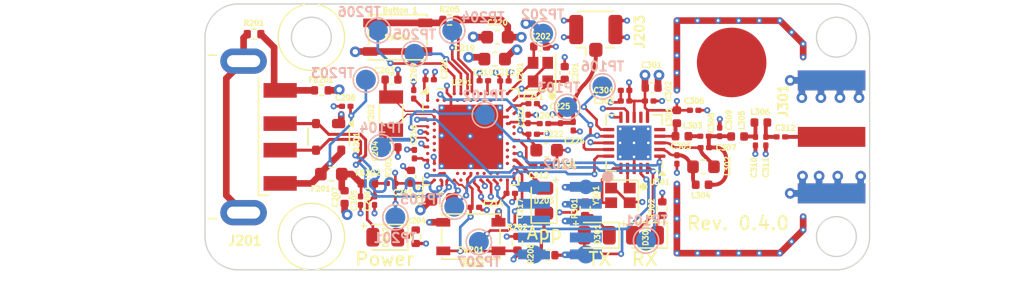
<source format=kicad_pcb>
(kicad_pcb (version 20240108) (generator "pcbnew") (generator_version "8.0")
  (layers (0 "F.Cu" signal) (1 "In1.Cu" power) (2 "In2.Cu" power) (31 "B.Cu" signal) (34 "B.Paste" user) (35 "F.Paste" user) (36 "B.SilkS" user "B.Silkscreen") (37 "F.SilkS" user "F.Silkscreen") (38 "B.Mask" user) (39 "F.Mask" user) (44 "Edge.Cuts" user))
  (net 0 "")
  (net 1 "GND")
  (net 2 "Net-(U201-XC1)")
  (net 3 "Net-(U201-XC2)")
  (net 4 "Net-(U201-XL1{slash}P0.00)")
  (net 5 "Net-(U201-XL2{slash}P0.01)")
  (net 6 "Net-(C205-Pad1)")
  (net 7 "/MCU/VBUS")
  (net 8 "Net-(D201-VCC)")
  (net 9 "/MCU/DEC1")
  (net 10 "/MCU/DEC2")
  (net 11 "/MCU/DEC3")
  (net 12 "/MCU/DEC5")
  (net 13 "/MCU/DECUSB")
  (net 14 "/MCU/RESET")
  (net 15 "/MCU/VBUS_nRF")
  (net 16 "VDD")
  (net 17 "/MCU/DEC4_6")
  (net 18 "/MCU/ANT")
  (net 19 "Net-(J203-In)")
  (net 20 "Net-(U301-RXp)")
  (net 21 "Net-(U301-RXn)")
  (net 22 "Net-(C307-Pad2)")
  (net 23 "Net-(C308-Pad1)")
  (net 24 "Net-(C310-Pad1)")
  (net 25 "Net-(C311-Pad1)")
  (net 26 "Net-(J301-In)")
  (net 27 "/MCU/D_N")
  (net 28 "/MCU/D_P")
  (net 29 "Net-(D202-K)")
  (net 30 "Net-(D301-K)")
  (net 31 "/MCU/SWDIO")
  (net 32 "/MCU/SWDCLK")
  (net 33 "Net-(D302-K)")
  (net 34 "Net-(J201-GND)")
  (net 35 "Net-(J201-Shield)")
  (net 37 "/MCU/P1.04")
  (net 38 "/MCU/P0.20")
  (net 39 "/MCU/P0.22")
  (net 42 "/MCU/P0.04")
  (net 43 "/MCU/P0.06")
  (net 44 "/MCU/P0.08")
  (net 45 "/MCU/P0.13")
  (net 46 "/MCU/P1.09")
  (net 47 "Net-(U301-TX)")
  (net 48 "Net-(U201-AIN0{slash}P0.02)")
  (net 49 "Net-(U201-AIN5{slash}P0.29)")
  (net 50 "Net-(U201-AIN7{slash}P0.31)")
  (net 51 "Net-(U201-P1.15)")
  (net 82 "Net-(D203-K)")
  (net 86 "Net-(U301-XOUT)")
  (net 87 "/Transceiver/GPIO2")
  (net 88 "Net-(U301-XIN)")
  (net 89 "/Transceiver/GPIO3")
  (net 90 "/MCU/P1.02")
  (footprint "Capacitor_SMD:C_0201_0603Metric" (layer "F.Cu") (at 127.4 99.7)
    (property "Reference" "C226")
    (property "Value" "100nF")
  )
  (footprint "LED_SMD:LED_0805_2012Metric" (layer "F.Cu") (at 143.6 111.4 180)
    (property "Reference" "D302")
    (property "Value" "LED")
  )
  (footprint "Package_DFN_QFN:QFN-20-1EP_4x4mm_P0.5mm_EP2.6x2.6mm_ThermalVias" (layer "F.Cu") (at 142.7875 104.45 180)
    (property "Reference" "U301")
    (property "Value" "Si4467")
  )
  (footprint "Capacitor_SMD:C_0402_1005Metric" (layer "F.Cu") (at 144.1 100.3)
    (property "Reference" "C301")
    (property "Value" "2.2uF")
  )
  (footprint "LED_SMD:LED_0805_2012Metric" (layer "F.Cu") (at 124.0625 111.55 180)
    (property "Reference" "D202")
    (property "Value" "LED")
  )
  (footprint "Capacitor_SMD:C_0402_1005Metric" (layer "F.Cu") (at 124.53 99.69 180)
    (property "Reference" "C203")
    (property "Value" "22pF")
  )
  (footprint "Crystal:Crystal_SMD_2016-4Pin_2.0x1.6mm" (layer "F.Cu") (at 135.73 99.13 90)
    (property "Reference" "Y201")
    (property "Value" "32MHz")
  )
  (footprint "Capacitor_SMD:C_0201_0603Metric" (layer "F.Cu") (at 121.125 101.7 180)
    (property "Reference" "C208")
    (property "Value" "100nF")
  )
  (footprint "Capacitor_SMD:C_0402_1005Metric" (layer "F.Cu") (at 124.53 104.78)
    (property "Reference" "C204")
    (property "Value" "22pF")
  )
  (footprint "Capacitor_SMD:C_0402_1005Metric" (layer "F.Cu") (at 135.71 97.2 180)
    (property "Reference" "C202")
    (property "Value" "13pF")
  )
  (footprint "Capacitor_SMD:C_0402_1005Metric" (layer "F.Cu") (at 137.56 99.19 -90)
    (property "Reference" "C201")
    (property "Value" "13pF")
  )
  (footprint "Capacitor_SMD:C_0201_0603Metric" (layer "F.Cu") (at 142.1 101.3 180)
    (property "Reference" "C303")
    (property "Value" "100pF")
  )
  (footprint "Capacitor_SMD:C_0201_0603Metric" (layer "F.Cu") (at 133.5 108.25)
    (property "Reference" "C217")
    (property "Value" "100nF")
  )
  (footprint "Capacitor_SMD:C_0201_0603Metric" (layer "F.Cu") (at 151.91 104.32 -90)
    (property "Reference" "C310")
    (property "Value" "10pF")
  )
  (footprint "Capacitor_SMD:C_0201_0603Metric" (layer "F.Cu") (at 147.3 102)
    (property "Reference" "C306")
    (property "Value" "68pF")
  )
  (footprint "Capacitor_SMD:C_0201_0603Metric" (layer "F.Cu") (at 149.22 103.63 90)
    (property "Reference" "C309")
    (property "Value" "5.1pF")
  )
  (footprint "Capacitor_SMD:C_0402_1005Metric" (layer "F.Cu") (at 121 108.53 -90)
    (property "Reference" "C207")
    (property "Value" "4.7uF")
  )
  (footprint "Capacitor_SMD:C_0201_0603Metric" (layer "F.Cu") (at 135.15 101.5)
    (property "Reference" "C211")
    (property "Value" "100pF")
  )
  (footprint "Inductor_SMD:L_0402_1005Metric" (layer "F.Cu") (at 146.38 103.95)
    (property "Reference" "L303")
    (property "Value" "8.2nH")
  )
  (footprint "Resistor_SMD:R_0402_1005Metric" (layer "F.Cu") (at 126.35 111.51 -90)
    (property "Reference" "R204")
    (property "Value" "5k6")
  )
  (footprint "Crystal:Crystal_SMD_2016-4Pin_2.0x1.6mm" (layer "F.Cu") (at 141.75 108.4 180)
    (property "Reference" "Y301")
    (property "Value" "26MHz")
  )
  (footprint "Inductor_SMD:L_0603_1608Metric" (layer "F.Cu") (at 148 106.25)
    (property "Reference" "L302")
    (property "Value" "20nH")
  )
  (footprint "Capacitor_SMD:C_0201_0603Metric" (layer "F.Cu") (at 152.69 104.32 -90)
    (property "Reference" "C311")
    (property "Value" "5.1pF")
  )
  (footprint "Capacitor_SMD:C_0603_1608Metric" (layer "F.Cu") (at 132.5 96.5)
    (property "Reference" "C220")
    (property "Value" "4.7uF")
  )
  (footprint "Capacitor_SMD:C_0201_0603Metric" (layer "F.Cu") (at 142.1 100.5 180)
    (property "Reference" "C304")
    (property "Value" "33pF")
  )
  (footprint "LED_SMD:LED_0805_2012Metric" (layer "F.Cu") (at 139.975 111.4 180)
    (property "Reference" "D301")
    (property "Value" "LED")
  )
  (footprint "Capacitor_SMD:C_0201_0603Metric" (layer "F.Cu") (at 133.02 99.79)
    (property "Reference" "C216")
    (property "Value" "100nF")
  )
  (footprint "Resistor_SMD:R_0402_1005Metric" (layer "F.Cu") (at 128.9 95.2)
    (property "Reference" "R205")
    (property "Value" "10k")
  )
  (footprint "Capacitor_SMD:C_0201_0603Metric" (layer "F.Cu") (at 130.8 109.3)
    (property "Reference" "C214")
    (property "Value" "100nF")
  )
  (footprint "Capacitor_SMD:C_0201_0603Metric" (layer "F.Cu") (at 126.25 105.3 90)
    (property "Reference" "C218")
    (property "Value" "100nF")
  )
  (footprint "Resistor_SMD:R_0402_1005Metric" (layer "F.Cu") (at 114.19 96.27)
    (property "Reference" "R201")
    (property "Value" "0R")
  )
  (footprint "Capacitor_SMD:C_0201_0603Metric" (layer "F.Cu") (at 148.1 104.81)
    (property "Reference" "C307")
    (property "Value" "1.0pF")
  )
  (footprint "Inductor_SMD:L_0201_0603Metric" (layer "F.Cu") (at 136 103)
    (property "Reference" "L204")
    (property "Value" "4.7nH")
  )
  (footprint "Resistor_SMD:R_0402_1005Metric" (layer "F.Cu") (at 119.25 100.5)
    (property "Reference" "FB201")
    (property "Value" "220R/1.0A")
  )
  (footprint "Resistor_SMD:R_0201_0603Metric" (layer "F.Cu") (at 124.5 107.5)
    (property "Reference" "R203")
    (property "Value" "2R2")
  )
  (footprint "Capacitor_SMD:C_0201_0603Metric" (layer "F.Cu") (at 134.8 102.65 90)
    (property "Reference" "C223")
    (property "Value" "0.8pF")
  )
  (footprint "Connector_Coaxial:U.FL_Hirose_U.FL-R-SMT-1_Vertical" (layer "F.Cu") (at 139.9 96.4 90)
    (property "Reference" "J203")
    (property "Value" "u.FL")
  )
  (footprint "Capacitor_SMD:C_0201_0603Metric" (layer "F.Cu") (at 138.2 103.2 -90)
    (property "Reference" "C224")
    (property "Value" "0.5pF")
  )
  (footprint "Capacitor_SMD:C_0201_0603Metric" (layer "F.Cu") (at 143.92 101.3)
    (property "Reference" "C302")
    (property "Value" "100nF")
  )
  (footprint "Capacitor_SMD:C_0603_1608Metric" (layer "F.Cu") (at 128.3 108.7)
    (property "Reference" "C213")
    (property "Value" "4.7uF")
  )
  (footprint "Package_TO_SOT_SMD:SOT-143" (layer "F.Cu") (at 119.8 104 -90)
    (property "Reference" "D201")
    (property "Value" "PRTR5V0U2X")
  )
  (footprint "LED_SMD:LED_0805_2012Metric" (layer "F.Cu") (at 136 108.8 90)
    (property "Reference" "D203")
    (property "Value" "LED")
  )
  (footprint "Resistor_SMD:R_0402_1005Metric" (layer "F.Cu") (at 122.75 107.5)
    (property "Reference" "FB202")
    (property "Value" "220R/1.0A")
  )
  (footprint "Capacitor_SMD:C_0201_0603Metric" (layer "F.Cu") (at 146 105.7 -90)
    (property "Reference" "C305")
    (property "Value" "3pF")
  )
  (footprint "Resistor_SMD:R_0402_1005Metric" (layer "F.Cu") (at 134 112 -90)
    (property "Reference" "R202")
    (property "Value" "10k")
  )
  (footprint "Capacitor_SMD:C_0201_0603Metric" (layer "F.Cu") (at 123.25 108.8 -90)
    (property "Reference" "C206")
    (property "Value" "100nF")
  )
  (footprint "Capacitor_SMD:C_0201_0603Metric" (layer "F.Cu") (at 135.15 103.8)
    (property "Reference" "C222")
    (property "Value" "47nF")
  )
  (footprint "Resistor_SMD:R_0402_1005Metric" (layer "F.Cu") (at 139.1 109.4 90)
    (property "Reference" "R301")
    (property "Value" "2k2")
  )
  (footprint "Inductor_SMD:L_0402_1005Metric" (layer "F.Cu") (at 150.57 103.97)
    (property "Reference" "L305")
    (property "Value" "6.8nH")
  )
  (footprint "Resistor_SMD:R_0402_1005Metric" (layer "F.Cu") (at 144.9 109.4 90)
    (property "Reference" "R302")
    (property "Value" "2k2")
  )
  (footprint "Inductor_SMD:L_0402_1005Metric" (layer "F.Cu") (at 145.9975 102.485 90)
    (property "Reference" "L301")
    (property "Value" "120nH")
  )
  (footprint "Button_Switch_SMD:SW_SPST_PTS810" (layer "F.Cu") (at 125 96.5)
    (property "Reference" "SW202")
    (property "Value" "SW_Push")
  )
  (footprint "Connector_Coaxial:SMA_Amphenol_132289_EdgeMount" (layer "F.Cu") (at 157.6375 104)
    (property "Reference" "J301")
    (property "Value" "SMA")
  )
  (footprint "Capacitor_SMD:C_0201_0603Metric" (layer "F.Cu") (at 153.82 104)
    (property "Reference" "C312")
    (property "Value" "68pF")
  )
  (footprint "Capacitor_SMD:C_0201_0603Metric" (layer "F.Cu") (at 131.475 99.775 180)
    (property "Reference" "C210")
    (property "Value" "N.C.")
  )
  (footprint "Capacitor_SMD:C_0603_1608Metric" (layer "F.Cu") (at 132.29 98.15)
    (property "Reference" "C219")
    (property "Value" "1uF")
  )
  (footprint "Capacitor_SMD:C_0201_0603Metric" (layer "F.Cu") (at 126.2 100.8 90)
    (property "Reference" "C209")
    (property "Value" "100nF")
  )
  (footprint "Crystal:Crystal_SMD_3215-2Pin_3.2x1.5mm" (layer "F.Cu") (at 124.5 102.25 -90)
    (property "Reference" "Y202")
    (property "Value" "32.768kHz")
  )
  (footprint "Capacitor_SMD:C_0603_1608Metric" (layer "F.Cu") (at 136.2 105)
    (property "Reference" "C221")
    (property "Value" "1uF")
  )
  (footprint "Resistor_SMD:R_0402_1005Metric" (layer "F.Cu") (at 136.31 112.9)
    (property "Reference" "R206")
    (property "Value" "2k2")
  )
  (footprint "Capacitor_SMD:C_0201_0603Metric" (layer "F.Cu") (at 122.2 108.8 -90)
    (property "Reference" "C205")
    (property "Value" "10nF")
  )
  (footprint "Capacitor_SMD:C_0201_0603Metric" (layer "F.Cu") (at 148.08 103.95)
    (property "Reference" "C308")
    (property "Value" "33pF")
  )
  (footprint "Button_Switch_SMD:SW_SPST_PTS810" (layer "F.Cu") (at 130.5 111.5)
    (property "Reference" "SW201")
    (property "Value" "SW_Push")
  )
  (footprint "Fuse:Fuse_0603_1608Metric" (layer "F.Cu") (at 120 106.8 180)
    (property "Reference" "F201")
    (property "Value" "100mA")
  )
  (footprint "Capacitor_SMD:C_0201_0603Metric" (layer "F.Cu") (at 135.6 106.2)
    (property "Reference" "C212")
    (property "Value" "820pF")
  )
  (footprint "Inductor_SMD:L_0402_1005Metric" (layer "F.Cu") (at 147.9 107.6)
    (property "Reference" "L304")
    (property "Value" "24nH")
  )
  (footprint "Package_DFN_QFN:Nordic_AQFN-73-1EP_7x7mm_P0.5mm" (layer "F.Cu") (at 130.5 104)
    (property "Reference" "U201")
    (property "Value" "nRF52840")
  )
  (footprint "Inductor_SMD:L_0402_1005Metric" (layer "F.Cu") (at 152.32 102.92)
    (property "Reference" "L306")
    (property "Value" "6.8nH")
  )
  (footprint "Capacitor_SMD:C_0402_1005Metric" (layer "F.Cu") (at 126 107 90)
    (property "Reference" "C215")
    (property "Value" "4.7uF")
  )
  (footprint "Logos:smart_tulip_soldermask" (layer "F.Cu") (at 150.5 98.75)
    (property "Reference" "G1" (hide yes))
    (property "Value" "smart logo" (hide yes))
  )
  (footprint "Capacitor_SMD:C_0201_0603Metric" (layer "F.Cu") (at 137.25 102.65 90)
    (property "Reference" "C225")
    (property "Value" "N.C.")
  )
  (footprint "Connector_USB:USB_A_CNCTech_1001-011-01101_Horizontal" (layer "F.Cu") (at 106.5 104 180)
    (property "Reference" "J201")
    (property "Value" "USB_A")
  )
  (footprint "TestPoint:TestPoint_Pad_D1.5mm" (layer "B.Cu") (at 131.1 111.9 180)
    (property "Reference" "TP207")
    (property "Value" "TestPoint")
  )
  (footprint "TestPoint:TestPoint_Pad_D1.5mm" (layer "B.Cu") (at 126.25 97.75 180)
    (property "Reference" "TP205")
    (property "Value" "TestPoint")
  )
  (footprint "TestPoint:TestPoint_Pad_D1.5mm" (layer "B.Cu") (at 124.82 110.05 180)
    (property "Reference" "TP201")
    (property "Value" "TestPoint")
  )
  (footprint "TestPoint:TestPoint_Pad_D1.5mm" (layer "B.Cu") (at 129.1 96 180)
    (property "Reference" "TP204")
    (property "Value" "TestPoint")
  )
  (footprint "Connector_PinHeader_1.27mm:PinHeader_2x05_P1.27mm_Vertical_SMD" (layer "B.Cu") (at 137.2 110.3 180)
    (property "Reference" "J202")
    (property "Value" "Prog")
  )
  (footprint "TestPoint:TestPoint_Pad_D1.5mm" (layer "B.Cu") (at 135.94 96.24 180)
    (property "Reference" "TP202")
    (property "Value" "TestPoint")
  )
  (footprint "TestPoint:TestPoint_Pad_D1.5mm" (layer "B.Cu") (at 131.55 102.35 180)
    (property "Reference" "TP102")
    (property "Value" "TestPoint_Small")
  )
  (footprint "TestPoint:TestPoint_Pad_D1.5mm" (layer "B.Cu") (at 122.6 99.7 180)
    (property "Reference" "TP203")
    (property "Value" "TestPoint")
  )
  (footprint "TestPoint:TestPoint_Pad_D1.5mm" (layer "B.Cu") (at 129.25 109.25 180)
    (property "Reference" "TP105")
    (property "Value" "TestPoint_Small")
  )
  (footprint "TestPoint:TestPoint_Pad_D1.5mm" (layer "B.Cu") (at 123.5 96 180)
    (property "Reference" "TP206")
    (property "Value" "TestPoint")
  )
  (footprint "TestPoint:TestPoint_Pad_D1.5mm" (layer "B.Cu") (at 123.75 104.775 180)
    (property "Reference" "TP104")
    (property "Value" "TestPoint_Small")
  )
  (footprint "TestPoint:TestPoint_Pad_D1.5mm" (layer "B.Cu") (at 140.4 100.2 180)
    (property "Reference" "TP106")
    (property "Value" "TestPoint_Small")
  )
  (footprint "TestPoint:TestPoint_Pad_D1.5mm" (layer "B.Cu") (at 143.68 111.8 180)
    (property "Reference" "TP101")
    (property "Value" "TestPoint_Small")
  )
  (footprint "TestPoint:TestPoint_Pad_D1.5mm" (layer "B.Cu") (at 137.75 101.75 180)
    (property "Reference" "TP103")
    (property "Value" "TestPoint_Small")
  )
  (gr_circle (center 150.12 98.4) (end 152.637538 98.4) (stroke (width 0.2)) (fill solid) (layer "F.Cu"))
  (gr_circle (center 139.15 112.84) (end 139.733095 112.84) (stroke (width 0.2)) (fill solid) (layer "B.Cu") (net 1))
  (gr_circle (center 135.25 112.84) (end 135.833095 112.84) (stroke (width 0.2)) (fill solid) (layer "B.Cu") (net 14))
  (gr_circle (center 139.15 107.76) (end 139.6 107.76) (stroke (width 0.2)) (fill solid) (layer "B.Cu") (net 16))
  (gr_circle (center 135.25 107.76) (end 135.7 107.76) (stroke (width 0.2)) (fill solid) (layer "B.Cu") (net 31))
  (gr_circle (center 140.8 107) (end 141.160555 107) (stroke (width 0.15)) (fill solid) (layer "B.SilkS"))
  (gr_circle (center 118.5 96.5) (end 121 96.5) (stroke (width 0.1)) (fill none) (layer "F.SilkS"))
  (gr_circle (center 136.63 100.93) (end 136.63 101.153607) (stroke (width 0.15)) (fill solid) (layer "F.SilkS"))
  (gr_circle (center 143.5 107.75) (end 143.723607 107.75) (stroke (width 0.15)) (fill solid) (layer "F.SilkS"))
  (gr_circle (center 118.5 111.5) (end 121 111.5) (stroke (width 0.1)) (fill none) (layer "F.SilkS"))
  (gr_circle (center 158 96.5) (end 159.5 96.5) (stroke (width 0.1)) (fill none) (layer "Edge.Cuts"))
  (gr_arc (start 158 94) (mid 159.767767 94.732233) (end 160.5 96.5) (stroke (width 0.1)) (layer "Edge.Cuts"))
  (gr_circle (center 118.5 96.5) (end 117 96.5) (stroke (width 0.1)) (fill none) (layer "Edge.Cuts"))
  (gr_circle (center 158 111.5) (end 159.5 111.5) (stroke (width 0.1)) (fill none) (layer "Edge.Cuts"))
  (gr_line (start 158 114) (end 113 114) (stroke (width 0.1)) (layer "Edge.Cuts"))
  (gr_arc (start 113 114) (mid 111.232233 113.267767) (end 110.5 111.5) (stroke (width 0.1)) (layer "Edge.Cuts"))
  (gr_line (start 160.5 96.5) (end 160.5 111.5) (stroke (width 0.1)) (layer "Edge.Cuts"))
  (gr_circle (center 118.5 111.5) (end 117 111.5) (stroke (width 0.1)) (fill none) (layer "Edge.Cuts"))
  (gr_line (start 110.5 111.5) (end 110.5 96.5) (stroke (width 0.1)) (layer "Edge.Cuts"))
  (gr_arc (start 110.5 96.5) (mid 111.232233 94.732233) (end 113 94) (stroke (width 0.1)) (layer "Edge.Cuts"))
  (gr_arc (start 160.5 111.5) (mid 159.767767 113.267767) (end 158 114) (stroke (width 0.1)) (layer "Edge.Cuts"))
  (gr_line (start 113 94) (end 158 94) (stroke (width 0.1)) (layer "Edge.Cuts"))
  (gr_text "Power" (at 124.0125 113.2 0) (layer "F.SilkS") (effects (font (size 1 1))))
  (gr_text "Button 1" (at 123.8 94.7 0) (layer "F.SilkS") (effects (font (size 0.4 0.4) (thickness 0.1) (bold yes)) (justify left bottom)))
  (gr_text "+" (at 122.4375 110.65 0) (layer "F.SilkS") (effects (font (size 0.5 0.5) (thickness 0.1))))
  (gr_text "+" (at 138.4 110.5 0) (layer "F.SilkS") (effects (font (size 0.5 0.5) (thickness 0.1))))
  (gr_text "RX" (at 143.575 113.2 0) (layer "F.SilkS") (effects (font (size 1 1))))
  (gr_text "+" (at 142 110.5 0) (layer "F.SilkS") (effects (font (size 0.5 0.5) (thickness 0.1))))
  (gr_text "Rev. 0.4.0" (at 150.6 110.5 0) (layer "F.SilkS") (effects (font (size 1 1))))
  (gr_text "App" (at 134.6 111.8 0) (layer "F.SilkS") (effects (font (size 1 1)) (justify left bottom)))
  (gr_text "+" (at 136.9 107.2 0) (layer "F.SilkS") (effects (font (size 0.5 0.5) (thickness 0.1))))
  (gr_text "TX" (at 140.2 113.2 0) (layer "F.SilkS") (effects (font (size 1 1))))
  (gr_text "Reset" (at 129.8 113.8 0) (layer "F.SilkS") (effects (font (size 0.4 0.4) (thickness 0.1) (bold yes)) (justify left bottom)))
  (segment (start 130.45 103.95) (end 130.5 104) (width 0.1) (layer "F.Cu") (net 1))
  (segment (start 136.28 98.526) (end 136.28 98.43) (width 0.2) (layer "F.Cu") (net 1))
  (segment (start 121 109.65) (end 121.2 109.85) (width 0.5) (layer "F.Cu") (net 1))
  (segment (start 141.78 101.3) (end 141.78 100.5) (width 0.2) (layer "F.Cu") (net 1))
  (segment (start 152.25 95.25) (end 153.75 95.25) (width 0.5) (layer "F.Cu") (net 1))
  (segment (start 131.15 99.2) (end 131.155 99.205) (width 0.2) (layer "F.Cu") (net 1))
  (segment (start 129 101) (end 128.7 100.7) (width 0.2) (layer "F.Cu") (net 1))
  (segment (start 147.5 95.25) (end 149.25 95.25) (width 0.5) (layer "F.Cu") (net 1))
  (segment (start 127.12 112.02) (end 127.125 112.025) (width 0.25) (layer "F.Cu") (net 1))
  (segment (start 138.7 103.5935) (end 138.6935 103.6) (width 0.2) (layer "F.Cu") (net 1))
  (segment (start 141.68 101.4) (end 141.78 101.3) (width 0.2) (layer "F.Cu") (net 1))
  (segment (start 154.625 96.125) (end 155.5 97) (width 0.5) (layer "F.Cu") (net 1))
  (segment (start 135.4 102.35) (end 134.82 102.35) (width 0.2) (layer "F.Cu") (net 1))
  (segment (start 133.775 97.44) (end 133.065 98.15) (width 0.5) (layer "F.Cu") (net 1))
  (segment (start 154.625 111.875) (end 153.75 112.75) (width 0.5) (layer "F.Cu") (net 1))
  (segment (start 126.725 109.5) (end 127.525 108.7) (width 0.5) (layer "F.Cu") (net 1))
  (segment (start 133.82 108.68) (end 133.6 108.9) (width 0.2) (layer "F.Cu") (net 1))
  (segment (start 147.5 112.75) (end 146 112.75) (width 0.5) (layer "F.Cu") (net 1))
  (segment (start 146 110.25) (end 146 109) (width 0.5) (layer "F.Cu") (net 1))
  (segment (start 136.975 105) (end 137.8 105) (width 0.2) (layer "F.Cu") (net 1))
  (segment (start 135.52 103.75) (end 135.47 103.8) (width 0.2) (layer "F.Cu") (net 1))
  (segment (start 136.5 106.2) (end 136.975 105.725) (width 0.2) (layer "F.Cu") (net 1))
  (segment (start 120.75 102.3) (end 120.75 103) (width 0.5) (layer "F.Cu") (net 1))
  (segment (start 142.7875 106.375) (end 142.7875 105.4875) (width 0.2) (layer "F.Cu") (net 1))
  (segment (start 136.88 97.2) (end 136.89 97.21) (width 0.2) (layer "F.Cu") (net 1))
  (segment (start 142.7875 105.3125) (end 142.7875 104.45) (width 0.2) (layer "F.Cu") (net 1))
  (segment (start 120.7 101.7) (end 120.75 101.75) (width 0.2) (layer "F.Cu") (net 1))
  (segment (start 137.56 98.71) (end 137.56 98) (width 0.2) (layer "F.Cu") (net 1))
  (segment (start 127.72 99.18) (end 127.8 99.1) (width 0.2) (layer "F.Cu") (net 1))
  (segment (start 133.25 102.5) (end 132 102.5) (width 0.2) (layer "F.Cu") (net 1))
  (segment (start 136.82 112.9) (end 137.54 112.9) (width 0.25) (layer "F.Cu") (net 1))
  (segment (start 141.254 107.85) (end 141.05 107.85) (width 0.2) (layer "F.Cu") (net 1))
  (segment (start 142.354 108.95) (end 141.254 107.85) (width 0.2) (layer "F.Cu") (net 1))
  (segment (start 127.375 110.425) (end 128.425 110.425) (width 0.5) (layer "F.Cu") (net 1))
  (segment (start 142.5 108.9) (end 142.45 108.95) (width 0.2) (layer "F.Cu") (net 1))
  (segment (start 137.54 112.9) (end 137.57 112.87) (width 0.25) (layer "F.Cu") (net 1))
  (segment (start 155.4 101.05) (end 155.4 99.85) (width 0.5) (layer "F.Cu") (net 1))
  (segment (start 136.05 101.8) (end 135.77 101.8) (width 0.2) (layer "F.Cu") (net 1))
  (segment (start 136.975 105.725) (end 136.975 105) (width 0.2) (layer "F.Cu") (net 1))
  (segment (start 133.97 97.44) (end 133.775 97.44) (width 0.5) (layer "F.Cu") (net 1))
  (segment (start 131.155 99.205) (end 131.155 99.775) (width 0.2) (layer "F.Cu") (net 1))
  (segment (start 125.01 104.78) (end 125.01 105.5) (width 0.25) (layer "F.Cu") (net 1))
  (segment (start 144.58 100.3) (end 144.58 99.42) (width 0.5) (layer "F.Cu") (net 1))
  (segment (start 136.19 97.2) (end 136.88 97.2) (width 0.2) (layer "F.Cu") (net 1))
  (segment (start 126.35 112.02) (end 127.12 112.02) (width 0.25) (layer "F.Cu") (net 1))
  (segment (start 129 101.25) (end 129 101) (width 0.2) (layer "F.Cu") (net 1))
  (segment (start 128.7 100.7) (end 128.7 100.15) (width 0.2) (layer "F.Cu") (net 1))
  (segment (start 149.25 95.25) (end 150.75 95.25) (width 0.5) (layer "F.Cu") (net 1))
  (segment (start 152 112.75) (end 150.5 112.75) (width 0.5) (layer "F.Cu") (net 1))
  (segment (start 134.64 100.37) (end 135.18 99.83) (width 0.2) (layer "F.Cu") (net 1))
  (segment (start 152.69 105.28) (end 152.68 105.29) (width 0.29337) (layer "F.Cu") (net 1))
  (segment (start 136.2 103.75) (end 135.52 103.75) (width 0.2) (layer "F.Cu") (net 1))
  (segment (start 120.175 101.7) (end 120.7 101.7) (width 0.2) (layer "F.Cu") (net 1))
  (segment (start 159.825 106.95) (end 159.825 108.025) (width 0.5) (layer "F.Cu") (net 1))
  (segment (start 135.18 99.626) (end 136.28 98.526) (width 0.2) (layer "F.Cu") (net 1))
  (segment (start 156.7 106.95) (end 156.7 107.875) (width 0.5) (layer "F.Cu") (net 1))
  (segment (start 125.7 104.95) (end 126.22 104.95) (width 0.2) (layer "F.Cu") (net 1))
  (segment (start 133.275 96.5) (end 134.3 96.5) (width 0.5) (layer "F.Cu") (net 1))
  (segment (start 146 112.75) (end 146 111.25) (width 0.5) (layer "F.Cu") (net 1))
  (segment (start 119.76 100.5) (end 120.55 100.5) (width 0.5) (layer "F.Cu") (net 1))
  (segment (start 125.01 98.94) (end 125.01 99.69) (width 0.25) (layer "F.Cu") (net 1))
  (segment (start 134.32 100.37) (end 134.64 100.37) (width 0.2) (layer "F.Cu") (net 1))
  (segment (start 120.55 100.5) (end 120.6 100.45) (width 0.5) (layer "F.Cu") (net 1))
  (segment (start 142.45 108.95) (end 142.354 108.95) (width 0.2) (layer "F.Cu") (net 1))
  (segment (start 131.32 109.5) (end 131.7 109.5) (width 0.2) (layer "F.Cu") (net 1))
  (segment (start 158.1 106.95) (end 158.1 107.9) (width 0.5) (layer "F.Cu") (net 1))
  (segment (start 142.25 95.25) (end 141.5 95.25) (width 0.25) (layer "F.Cu") (net 1))
  (segment (start 123.25 109.75) (end 123.25 109.12) (width 0.2) (layer "F.Cu") (net 1))
  (segment (start 147.62 102) (end 148.28 102) (width 0.2) (layer "F.Cu") (net 1))
  (segment (start 144.58 99.42) (end 144.65 99.35) (width 0.5) (layer "F.Cu") (net 1))
  (segment (start 137.5 96.5) (end 138.25 96.5) (width 0.25) (layer "F.Cu") (net 1))
  (segment (start 150.5 112.75) (end 149 112.75) (width 0.5) (layer "F.Cu") (net 1))
  (segment (start 132.575 109.625) (end 132.575 110.425) (width 0.5) (layer "F.Cu") (net 1))
  (segment (start 151.91 105.27) (end 151.9 105.28) (width 0.29337) (layer "F.Cu") (net 1))
  (segment (start 135.77 101.8) (end 135.47 101.5) (width 0.2) (layer "F.Cu") (net 1))
  (segment (start 127.72 99.7) (end 127.72 99.18) (width 0.2) (layer "F.Cu") (net 1))
  (segment (start 154.525 99.75) (end 157.6375 99.75) (width 0.5) (layer "F.Cu") (net 1))
  (segment (start 151.91 104.64) (end 151.91 105.27) (width 0.29337) (layer "F.Cu") (net 1))
  (segment (start 153.75 112.75) (end 152 112.75) (width 0.5) (layer "F.Cu") (net 1))
  (segment (start 149.22 103.31) (end 149.22 102.67) (width 0.29337) (layer "F.Cu") (net 1))
  (segment (start 131.12 109.3) (end 131.32 109.5) (width 0.2) (layer "F.Cu") (net 1))
  (segment (start 146 100.49) (end 146 95.25) (width 0.5) (layer "F.Cu") (net 1))
  (segment (start 149.22 102.67) (end 149.23 102.66) (width 0.29337) (layer "F.Cu") (net 1))
  (segment (start 135.92 106.2) (end 136.5 106.2) (width 0.2) (layer "F.Cu") (net 1))
  (segment (start 154.525 108.25) (end 157.6375 108.25) (width 0.5) (layer "F.Cu") (net 1))
  (segment (start 143.4 108.9) (end 142.5 108.9) (width 0.2) (layer "F.Cu") (net 1))
  (segment (start 136.65 102.3) (end 137.22 102.3) (width 0.2) (layer "F.Cu") (net 1))
  (segment (start 146 111.25) (end 146 110.25) (width 0.5) (layer "F.Cu") (net 1))
  (segment (start 129.41 95.2) (end 132.8 95.2) (width 0.5) (layer "F.Cu") (net 1))
  (segment (start 134.82 102.35) (end 134.8 102.33) (width 0.2) (layer "F.Cu") (net 1))
  (segment (start 155.45 106.95) (end 155.45 108.025) (width 0.5) (layer "F.Cu") (net 1))
  (segment (start 125.72 106.52) (end 126 106.52) (width 0.2) (layer "F.Cu") (net 1))
  (segment (start 133.34 99.335) (end 133.55 99.125) (width 0.2) (layer "F.Cu") (net 1))
  (segment (start 125.4 106.2) (end 125.72 106.52) (width 0.2) (layer "F.Cu") (net 1))
  (segment (start 132 102.5) (end 130.5 104) (width 0.1) (layer "F.Cu") (net 1))
  (segment (start 137.5 95.25) (end 138.25 95.25) (width 0.25) (layer "F.Cu") (net 1))
  (segment (start 142.7875 105.4875) (end 142.7875 105.3125) (width 0.2) (layer "F.Cu") (net 1))
  (segment (start 146 109) (end 146 107.54) (width 0.5) (layer "F.Cu") (net 1))
  (segment (start 152.69 104.64) (end 152.69 105.28) (width 0.29337) (layer "F.Cu") (net 1))
  (segment (start 146 106.02) (end 146 106.7) (width 0.2) (layer "F.Cu") (net 1))
  (segment (start 122.2 109.75) (end 122.2 109.12) (width 0.2) (layer "F.Cu") (net 1))
  (segment (start 156.833333 101.05) (end 156.833333 100.166667) (width 0.5) (layer "F.Cu") (net 1))
  (segment (start 133.82 108.25) (end 133.82 108.68) (width 0.2) (layer "F.Cu") (net 1))
  (segment (start 126.7 109.5) (end 126.725 109.5) (width 0.5) (layer "F.Cu") (net 1))
  (segment (start 156.833333 99.891667) (end 156.85 99.875) (width 0.5) (layer "F.Cu") (net 1))
  (segment (start 121 109.01) (end 121 109.65) (width 0.5) (layer "F.Cu") (net 1))
  (segment (start 149 112.75) (end 147.5 112.75) (width 0.5) (layer "F.Cu") (net 1))
  (segment (start 155.5 97) (end 155.5 98) (width 0.5) (layer "F.Cu") (net 1))
  (segment (start 154.625 96.125) (end 153.75 95.25) (width 0.5) (layer "F.Cu") (net 1))
  (segment (start 132.8 95.2) (end 133.275 95.675) (width 0.5) (layer "F.Cu") (net 1))
  (segment (start 155.5 111) (end 155.5 110) (width 0.5) (layer "F.Cu") (net 1))
  (segment (start 133.34 99.79) (end 133.34 99.335) (width 0.2) (layer "F.Cu") (net 1))
  (segment (start 141 101.4) (end 141.68 101.4) (width 0.2) (layer "F.Cu") (net 1))
  (segment (start 138.28 103.6) (end 138.2 103.52) (width 0.1) (layer "F.Cu") (net 1))
  (segment (start 159.7 101.05) (end 159.7 99.85) (width 0.5) (layer "F.Cu") (net 1))
  (segment (start 129 102.5) (end 130.45 103.95) (width 0.1) (layer "F.Cu") (net 1))
  (segment (start 137.170794 109.6809) (end 138.3091 109.6809) (width 0.2) (layer "F.Cu") (net 1))
  (segment (start 150.75 95.25) (end 152.25 95.25) (width 0.5) (layer "F.Cu") (net 1))
  (segment (start 133.275 95.675) (end 133.275 96.5) (width 0.5) (layer "F.Cu") (net 1))
  (segment (start 142.25 96.5) (end 141.5 96.5) (width 0.25) (layer "F.Cu") (net 1))
  (segment (start 155.5 111) (end 154.625 111.875) (width 0.5) (layer "F.Cu") (net 1))
  (segment (start 126.2 99.85) (end 126.2 100.48) (width 0.2) (layer "F.Cu") (net 1))
  (segment (start 129 101.25) (end 129 102.5) (width 0.2) (layer "F.Cu") (net 1))
  (segment (start 126.22 104.95) (end 126.25 104.98) (width 0.2) (layer "F.Cu") (net 1))
  (segment (start 146 95.25) (end 147.5 95.25) (width 0.5) (layer "F.Cu") (net 1))
  (segment (start 137.22 102.3) (end 137.25 102.33) (width 0.2) (layer "F.Cu") (net 1))
  (segment (start 138.3091 109.6809) (end 139.1 108.89) (width 0.2) (layer "F.Cu") (net 1))
  (segment (start 135.18 99.83) (end 135.18 99.626) (width 0.2) (layer "F.Cu") (net 1))
  (segment (start 144.9 108.89) (end 144.9 108.2) (width 0.2) (layer "F.Cu") (net 1))
  (segment (start 158.266666 101.05) (end 158.266666 100.233334) (width 0.5) (layer "F.Cu") (net 1))
  (segment (start 138.6935 103.6) (end 138.28 103.6) (width 0.2) (layer "F.Cu") (net 1))
  (segment (start 132.6 109.6) (end 132.575 109.625) (width 0.5) (layer "F.Cu") (net 1))
  (segment (start 144.24 101.3) (end 144.88 101.3) (width 0.2) (layer "F.Cu") (net 1))
  (via (at 120.175 101.7) (size 0.46) (drill 0.2) (layers "F.Cu" "B.Cu") (net 1))
  (via (at 130.45 103.95) (size 0.46) (drill 0.2) (layers "F.Cu" "B.Cu") (net 1))
  (via (at 128.7 100.15) (size 0.46) (drill 0.2) (layers "F.Cu" "B.Cu") (net 1))
  (via (at 132.7 104) (size 0.46) (drill 0.2) (layers "F.Cu" "B.Cu") (net 1))
  (via (at 135.4 102.35) (size 0.46) (drill 0.2) (layers "F.Cu" "B.Cu") (net 1))
  (via (at 143.4 108.9) (size 0.46) (drill 0.2) (layers "F.Cu" "B.Cu") (net 1))
  (via (at 127.8 99.1) (size 0.46) (drill 0.2) (layers "F.Cu" "B.Cu") (net 1))
  (via (at 128.3 106.2) (size 0.46) (drill 0.2) (layers "F.Cu" "B.Cu") (net 1))
  (via (at 154.525 99.75) (size 0.8) (drill 0.4) (layers "F.Cu" "B.Cu") (net 1))
  (via (at 144.65 99.35) (size 0.8) (drill 0.4) (layers "F.Cu" "B.Cu") (net 1))
  (via (at 132.7 101.8) (size 0.46) (drill 0.2) (layers "F.Cu" "B.Cu") (net 1))
  (via (at 154.625 96.125) (size 0.46) (drill 0.2) (layers "F.Cu" "B.Cu") (net 1))
  (via (at 128.3 101.8) (size 0.46) (drill 0.2) (layers "F.Cu" "B.Cu") (net 1))
  (via (at 131.15 99.2) (size 0.46) (drill 0.2) (layers "F.Cu" "B.Cu") (net 1))
  (via (at 133.55 99.125) (size 0.46) (drill 0.2) (layers "F.Cu" "B.Cu") (net 1))
  (via (at 142.775 104.45) (size 0.46) (drill 0.2) (layers "F.Cu" "B.Cu") (net 1))
  (via (at 131.7 109.5) (size 0.46) (drill 0.2) (layers "F.Cu" "B.Cu") (net 1))
  (via (at 130.4 101.8) (size 0.46) (drill 0.2) (layers "F.Cu" "B.Cu") (net 1))
  (via (at 146 99.18) (size 0.46) (drill 0.2) (layers "F.Cu" "B.Cu") (net 1))
  (via (at 128.3 103.9) (size 0.46) (drill 0.2) (layers "F.Cu" "B.Cu") (net 1))
  (via (at 132.7 106.2) (size 0.46) (drill 0.2) (layers "F.Cu" "B.Cu") (net 1))
  (via (at 150.65 95.25) (size 0.46) (drill 0.2) (layers "F.Cu" "B.Cu") (net 1))
  (via (at 152.2 95.25) (size 0.46) (drill 0.2) (layers "F.Cu" "B.Cu") (net 1))
  (via (at 142.775 103.4) (size 0.46) (drill 0.2) (layers "F.Cu" "B.Cu") (net 1))
  (via (at 146 108.8425) (size 0.46) (drill 0.2) (layers "F.Cu" "B.Cu") (net 1))
  (via (at 137.58 109.07) (size 0.46) (drill 0.2) (layers "F.Cu" "B.Cu") (net 1))
  (via (at 127.375 110.425) (size 0.46) (drill 0.2) (layers "F.Cu" "B.Cu") (net 1))
  (via (at 133.6 108.9) (size 0.46) (drill 0.2) (layers "F.Cu" "B.Cu") (net 1))
  (via (at 122.2 109.75) (size 0.46) (drill 0.2) (layers "F.Cu" "B.Cu") (net 1))
  (via (at 147.55 112.75) (size 0.46) (drill 0.2) (layers "F.Cu" "B.Cu") (net 1))
  (via (at 144.9 108.2) (size 0.46) (drill 0.2) (layers "F.Cu" "B.Cu") (net 1))
  (via (at 141 101.4) (size 0.46) (drill 0.2) (layers "F.Cu" "B.Cu") (net 1))
  (via (at 146 95.25) (size 0.46) (drill 0.2) (layers "F.Cu" "B.Cu") (net 1))
  (via (at 138.7 103.5935) (size 0.46) (drill 0.2) (layers "F.Cu" "B.Cu") (net 1))
  (via (at 152.2 112.75) (size 0.46) (drill 0.2) (layers "F.Cu" "B.Cu") (net 1))
  (via (at 136.65 102.3) (size 0.46) (drill 0.2) (layers "F.Cu" "B.Cu") (net 1))
  (via (at 154.525 108.25) (size 0.8) (drill 0.4) (layers "F.Cu" "B.Cu") (net 1))
  (via (at 155.4 101.05) (size 0.8) (drill 0.4) (layers "F.Cu" "B.Cu") (net 1))
  (via (at 123.25 109.75) (size 0.46) (drill 0.2) (layers "F.Cu" "B.Cu") (net 1))
  (via (at 151.9 105.28) (size 0.46) (drill 0.2) (layers "F.Cu" "B.Cu") (net 1))
  (via (at 137.56 98) (size 0.46) (drill 0.2) (layers "F.Cu" "B.Cu") (net 1))
  (via (at 155.5 111) (size 0.46) (drill 0.2) (layers "F.Cu" "B.Cu") (net 1))
  (via (at 146 111.4475) (size 0.46) (drill 0.2) (layers "F.Cu" "B.Cu") (net 1))
  (via (at 137.170794 109.6809) (size 0.46) (drill 0.2) (layers "F.Cu" "B.Cu") (net 1))
  (via (at 155.5 97) (size 0.46) (drill 0.2) (layers "F.Cu" "B.Cu") (net 1))
  (via (at 158.266666 101.05) (size 0.8) (drill 0.4) (layers "F.Cu" "B.Cu") (net 1))
  (via (at 130.5 106.2) (size 0.46) (drill 0.2) (layers "F.Cu" "B.Cu") (net 1))
  (via (at 136.89 97.21) (size 0.46) (drill 0.2) (layers "F.Cu" "B.Cu") (net 1))
  (via (at 132.6 109.6) (size 0.46) (drill 0.2) (layers "F.Cu" "B.Cu") (net 1))
  (via (at 120.6 100.45) (size 0.8) (drill 0.4) (layers "F.Cu" "B.Cu") (net 1))
  (via (at 137.8 105) (size 0.46) (drill 0.2) (layers "F.Cu" "B.Cu") (net 1))
  (via (at 149.23 102.66) (size 0.46) (drill 0.2) (layers "F.Cu" "B.Cu") (net 1))
  (via (at 133.97 97.44) (size 0.8) (drill 0.4) (layers "F.Cu" "B.Cu") (net 1))
  (via (at 141.725 104.45) (size 0.46) (drill 0.2) (layers "F.Cu" "B.Cu") (net 1))
  (via (at 148.28 102) (size 0.46) (drill 0.2) (layers "F.Cu" "B.Cu") (net 1))
  (via (at 143.85 104.45) (size 0.46) (drill 0.2) (layers "F.Cu" "B.Cu") (net 1))
  (via (at 155.5 110) (size 0.46) (drill 0.2) (layers "F.Cu" "B.Cu") (net 1))
  (via (at 149.1 95.25) (size 0.46) (drill 0.2) (layers "F.Cu" "B.Cu") (net 1))
  (via (at 137.58 110.33) (size 0.46) (drill 0.2) (layers "F.Cu" "B.Cu") (net 1))
  (via (at 156.7 106.95) (size 0.8) (drill 0.4) (layers "F.Cu" "B.Cu") (net 1))
  (via (at 150.65 112.75) (size 0.46) (drill 0.2) (layers "F.Cu" "B.Cu") (net 1))
  (via (at 144.88 101.3) (size 0.46) (drill 0.2) (layers "F.Cu" "B.Cu") (net 1))
  (via (at 136.2 103.75) (size 0.46) (drill 0.2) (layers "F.Cu" "B.Cu") (net 1))
  (via (at 137.5 95.25) (size 0.46) (drill 0.2) (layers "F.Cu" "B.Cu") (net 1))
  (via (at 120.75 102.3) (size 0.46) (drill 0.2) (layers "F.Cu" "B.Cu") (net 1))
  (via (at 146 97.87) (size 0.46) (drill 0.2) (layers "F.Cu" "B.Cu") (net 1))
  (via (at 146 100.49) (size 0.46) (drill 0.2) (layers "F.Cu" "B.Cu") (net 1))
  (via (at 159.7 101.05) (size 0.8) (drill 0.4) (layers "F.Cu" "B.Cu") (net 1))
  (via (at 134.3 96.5) (size 0.8) (drill 0.4) (layers "F.Cu" "B.Cu") (net 1))
  (via (at 125.01 98.94) (size 0.46) (drill 0.2) (layers "F.Cu" "B.Cu") (net 1))
  (via (at 121.2 109.85) (size 0.8) (drill 0.4) (layers "F.Cu" "B.Cu") (net 1))
  (via (at 137.5 96.5) (size 0.46) (drill 0.2) (layers "F.Cu" "B.Cu") (net 1))
  (via (at 137.57 112.87) (size 0.46) (drill 0.2) (layers "F.Cu" "B.Cu") (net 1))
  (via (at 142.775 105.5) (size 0.46) (drill 0.2) (layers "F.Cu" "B.Cu") (net 1))
  (via (at 156.833333 101.05) (size 0.8) (drill 0.4) (layers "F.Cu" "B.Cu") (net 1))
  (via (at 147.55 95.25) (size 0.46) (drill 0.2) (layers "F.Cu" "B.Cu") (net 1))
  (via (at 155.45 106.95) (size 0.8) (drill 0.4) (layers "F.Cu" "B.Cu") (net 1))
  (via (at 153.75 112.75) (size 0.46) (drill 0.2) (layers "F.Cu" "B.Cu") (net 1))
  (via (at 146 96.56) (size 0.46) (drill 0.2) (layers "F.Cu" "B.Cu") (net 1))
  (via (at 152.68 105.29) (size 0.46) (drill 0.2) (layers "F.Cu" "B.Cu") (net 1))
  (via (at 146 112.75) (size 0.46) (drill 0.2) (layers "F.Cu" "B.Cu") (net 1))
  (via (at 149.1 112.75) (size 0.46) (drill 0.2) (layers "F.Cu" "B.Cu") (net 1))
  (via (at 146 107.54) (size 0.46) (drill 0.2) (layers "F.Cu" "B.Cu") (net 1))
  (via (at 126.7 109.5) (size 0.8) (drill 0.4) (layers "F.Cu" "B.Cu") (net 1))
  (via (at 159.825 106.95) (size 0.8) (drill 0.4) (layers "F.Cu" "B.Cu") (net 1))
  (via (at 125.4 106.2) (size 0.46) (drill 0.2) (layers "F.Cu" "B.Cu") (net 1))
  (via (at 134.32 100.37) (size 0.46) (drill 0.2) (layers "F.Cu" "B.Cu") (net 1))
  (via (at 146 110.145) (size 0.46) (drill 0.2) (layers "F.Cu" "B.Cu") (net 1))
  (via (at 155.5 98) (size 0.46) (drill 0.2) (layers "F.Cu" "B.Cu") (net 1))
  (via (at 146 106.7) (size 0.46) (drill 0.2) (layers "F.Cu" "B.Cu") (net 1))
  (via (at 153.75 95.25) (size 0.46) (drill 0.2) (layers "F.Cu" "B.Cu") (net 1))
  (via (at 142.25 96.5) (size 0.46) (drill 0.2) (layers "F.Cu" "B.Cu") (net 1))
  (via (at 154.625 111.875) (size 0.46) (drill 0.2) (layers "F.Cu" "B.Cu") (net 1))
  (via (at 125.7 104.95) (size 0.46) (drill 0.2) (layers "F.Cu" "B.Cu") (net 1))
  (via (at 127.125 112.025) (size 0.46) (drill 0.2) (layers "F.Cu" "B.Cu") (net 1))
  (via (at 126.2 99.85) (size 0.46) (drill 0.2) (layers "F.Cu" "B.Cu") (net 1))
  (via (at 136.05 101.8) (size 0.46) (drill 0.2) (layers "F.Cu" "B.Cu") (net 1))
  (via (at 125.01 105.5) (size 0.46) (drill 0.2) (layers "F.Cu" "B.Cu") (net 1))
  (via (at 158.1 106.95) (size 0.8) (drill 0.4) (layers "F.Cu" "B.Cu") (net 1))
  (via (at 142.25 95.25) (size 0.46) (drill 0.2) (layers "F.Cu" "B.Cu") (net 1))
  (segment (start 137.58 110.33) (end 139.12 110.33) (width 0.5) (layer "B.Cu") (net 1))
  (segment (start 139.12 112.87) (end 139.15 112.84) (width 0.5) (layer "B.Cu") (net 1))
  (segment (start 137.58 109.07) (end 139.11 109.07) (width 0.5) (layer "B.Cu") (net 1))
  (segment (start 158.266666 101.05) (end 158.266666 100.233334) (width 0.5) (layer "B.Cu") (net 1))
  (segment (start 156.833333 101.05) (end 156.833333 100.166667) (width 0.5) (layer "B.Cu") (net 1))
  (segment (start 156.7 106.95) (end 156.7 108.15) (width 0.5) (layer "B.Cu") (net 1))
  (segment (start 159.825 107.75) (end 159.775 107.8) (width 0.25) (layer "B.Cu") (net 1))
  (segment (start 156.833333 100.166667) (end 156.9 100.1) (width 0.5) (layer "B.Cu") (net 1))
  (segment (start 137.57 112.87) (end 139.12 112.87) (width 0.5) (layer "B.Cu") (net 1))
  (segment (start 158.1 106.95) (end 158.1 108.175) (width 0.5) (layer "B.Cu") (net 1))
  (segment (start 159.825 106.95) (end 159.825 107.75) (width 0.5) (layer "B.Cu") (net 1))
  (segment (start 139.12 110.33) (end 139.15 110.3) (width 0.5) (layer "B.Cu") (net 1))
  (segment (start 155.4 101.05) (end 155.4 100.05) (width 0.5) (layer "B.Cu") (net 1))
  (segment (start 157.6375 108.25) (end 154.525 108.25) (width 0.5) (layer "B.Cu") (net 1))
  (segment (start 139.11 109.07) (end 139.15 109.03) (width 0.5) (layer "B.Cu") (net 1))
  (segment (start 155.45 106.95) (end 155.45 108.05) (width 0.5) (layer "B.Cu") (net 1))
  (segment (start 157.6375 99.75) (end 154.525 99.75) (width 0.5) (layer "B.Cu") (net 1))
  (segment (start 159.7 101.05) (end 159.7 99.95) (width 0.5) (layer "B.Cu") (net 1))
  (segment (start 136.28 100.034) (end 136.28 99.83) (width 0.2) (layer "F.Cu") (net 2))
  (segment (start 134.07 100.93) (end 135.384 100.93) (width 0.2) (layer "F.Cu") (net 2))
  (segment (start 136.28 99.83) (end 137.4 99.83) (width 0.2) (layer "F.Cu") (net 2))
  (segment (start 135.384 100.93) (end 136.28 100.034) (width 0.2) (layer "F.Cu") (net 2))
  (segment (start 133.75 101.25) (end 134.07 100.93) (width 0.2) (layer "F.Cu") (net 2))
  (segment (start 137.4 99.83) (end 137.56 99.67) (width 0.2) (layer "F.Cu") (net 2))
  (segment (start 135.08 98.43) (end 135.18 98.43) (width 0.2) (layer "F.Cu") (net 3))
  (segment (start 134.22 99.29) (end 135.08 98.43) (width 0.2) (layer "F.Cu") (net 3))
  (segment (start 135.23 97.2) (end 135.23 98.38) (width 0.2) (layer "F.Cu") (net 3))
  (segment (start 134.22 99.78) (end 134.22 99.29) (width 0.2) (layer "F.Cu") (net 3))
  (segment (start 133.25 100.75) (end 134.22 99.78) (width 0.2) (layer "F.Cu") (net 3))
  (segment (start 135.23 98.38) (end 135.18 98.43) (width 0.2) (layer "F.Cu") (net 3))
  (segment (start 125.57 102.07) (end 124.5 101) (width 0.1) (layer "F.Cu") (net 4))
  (segment (start 127.68 102.07) (end 125.57 102.07) (width 0.1) (layer "F.Cu") (net 4))
  (segment (start 127.75 102) (end 127.68 102.07) (width 0.1) (layer "F.Cu") (net 4))
  (segment (start 124.05 100.55) (end 124.5 101) (width 0.25) (layer "F.Cu") (net 4))
  (segment (start 124.05 99.69) (end 124.05 100.55) (width 0.25) (layer "F.Cu") (net 4))
  (segment (start 127.55 102.3) (end 125.7 102.3) (width 0.1) (layer "F.Cu") (net 5))
  (segment (start 125.7 102.3) (end 124.5 103.5) (width 0.1) (layer "F.Cu") (net 5))
  (segment (start 124.05 103.95) (end 124.5 103.5) (width 0.25) (layer "F.Cu") (net 5))
  (segment (start 127.75 102.5) (end 127.55 102.3) (width 0.1) (layer "F.Cu") (net 5))
  (segment (start 124.05 104.78) (end 124.05 103.95) (width 0.25) (layer "F.Cu") (net 5))
  (segment (start 122.24 108.44) (end 122.2 108.48) (width 0.2) (layer "F.Cu") (net 6))
  (segment (start 121.54 106.8) (end 122.24 107.5) (width 0.5) (layer "F.Cu") (net 6))
  (segment (start 120.7875 106.8) (end 121.54 106.8) (width 0.5) (layer "F.Cu") (net 6))
  (segment (start 120.7875 106.8) (end 120.7875 107.8375) (width 0.5) (layer "F.Cu") (net 6))
  (segment (start 122.24 107.5) (end 122.24 108.44) (width 0.2) (layer "F.Cu") (net 6))
  (segment (start 120.7875 107.8375) (end 121 108.05) (width 0.5) (layer "F.Cu") (net 6))
  (segment (start 123.25 107.51) (end 123.26 107.5) (width 0.2) (layer "F.Cu") (net 7))
  (segment (start 123.26 107.5) (end 124.18 107.5) (width 0.2) (layer "F.Cu") (net 7))
  (segment (start 122.7 110.225) (end 123.125 110.65) (width 0.2) (layer "F.Cu") (net 7))
  (segment (start 123.197552 108.48) (end 122.7 108.977552) (width 0.2) (layer "F.Cu") (net 7))
  (segment (start 122.7 108.977552) (end 122.7 110.225) (width 0.2) (layer "F.Cu") (net 7))
  (segment (start 123.25 108.48) (end 123.25 107.51) (width 0.2) (layer "F.Cu") (net 7))
  (segment (start 123.125 110.65) (end 123.125 111.55) (width 0.2) (layer "F.Cu") (net 7))
  (segment (start 119.2125 106.8) (end 119.2125 106.704908) (width 0.5) (layer "F.Cu") (net 8))
  (segment (start 120.75 105) (end 120.75 105.167408) (width 0.5) (layer "F.Cu") (net 8))
  (segment (start 116.35 107.5) (end 118.5125 107.5) (width 0.5) (layer "F.Cu") (net 8))
  (segment (start 120.75 105.167408) (end 119.89912 106.018288) (width 0.5) (layer "F.Cu") (net 8))
  (segment (start 119.2125 106.704908) (end 119.89912 106.018288) (width 0.5) (layer "F.Cu") (net 8))
  (segment (start 118.5125 107.5) (end 119.2125 106.8) (width 0.5) (layer "F.Cu") (net 8))
  (segment (start 121.445 101.7) (end 121.445 102.34083) (width 0.2) (layer "F.Cu") (net 8))
  (segment (start 121.445 102.34083) (end 121.502085 102.397915) (width 0.2) (layer "F.Cu") (net 8))
  (via (at 119.89912 106.018288) (size 0.46) (drill 0.2) (layers "F.Cu" "B.Cu") (net 8))
  (via (at 121.502085 102.397915) (size 0.46) (drill 0.2) (layers "F.Cu" "B.Cu") (net 8))
  (segment (start 121.502085 102.997915) (end 119.89912 104.60088) (width 0.2) (layer "B.Cu") (net 8))
  (segment (start 121.502085 102.997915) (end 121.502085 102.397915) (width 0.2) (layer "B.Cu") (net 8))
  (segment (start 121.502085 102.397915) (end 122.6 101.3) (width 0.2) (layer "B.Cu") (net 8))
  (segment (start 119.89912 104.60088) (end 119.89912 106.018288) (width 0.2) (layer "B.Cu") (net 8))
  (segment (start 122.6 101.3) (end 122.6 99.7) (width 0.2) (layer "B.Cu") (net 8))
  (segment (start 126.83 101.75) (end 126.2 101.12) (width 0.2) (layer "F.Cu") (net 9))
  (segment (start 127.25 101.75) (end 126.83 101.75) (width 0.2) (layer "F.Cu") (net 9))
  (segment (start 131.75 100.75) (end 131.75 99.82) (width 0.2) (layer "F.Cu") (net 10))
  (segment (start 131.75 99.82) (end 131.795 99.775) (width 0.2) (layer "F.Cu") (net 10))
  (segment (start 134.38 101.5) (end 134.83 101.5) (width 0.2) (layer "F.Cu") (net 11))
  (segment (start 133.607 101.643) (end 134.237 101.643) (width 0.2) (layer "F.Cu") (net 11))
  (segment (start 134.237 101.643) (end 134.38 101.5) (width 0.2) (layer "F.Cu") (net 11))
  (segment (start 133.25 102) (end 133.607 101.643) (width 0.2) (layer "F.Cu") (net 11))
  (segment (start 135.04 106.2) (end 135.28 106.2) (width 0.2) (layer "F.Cu") (net 12))
  (segment (start 133.75 104.25) (end 134.13 104.25) (width 0.2) (layer "F.Cu") (net 12))
  (segment (start 134.13 104.25) (end 134.67 104.79) (width 0.2) (layer "F.Cu") (net 12))
  (segment (start 134.67 104.79) (end 134.67 105.83) (width 0.2) (layer "F.Cu") (net 12))
  (segment (start 135.1 106.2) (end 135.28 106.2) (width 0.1) (layer "F.Cu") (net 12))
  (segment (start 134.67 105.83) (end 135.04 106.2) (width 0.2) (layer "F.Cu") (net 12))
  (segment (start 128.022 106.898) (end 128.17 106.75) (width 0.2) (layer "F.Cu") (net 13))
  (segment (start 129.53 108.04) (end 129.075 108.495) (width 0.2) (layer "F.Cu") (net 13))
  (segment (start 127.2 106.9) (end 127.202 106.898) (width 0.2) (layer "F.Cu") (net 13))
  (segment (start 127.202 106.898) (end 128.022 106.898) (width 0.2) (layer "F.Cu") (net 13))
  (segment (start 129.075 108.495) (end 129.075 108.7) (width 0.2) (layer "F.Cu") (net 13))
  (segment (start 128.17 106.75) (end 128.5 106.75) (width 0.2) (layer "F.Cu") (net 13))
  (via (at 127.2 106.9) (size 0.46) (drill 0.2) (layers "F.Cu" "B.Cu") (net 13))
  (via (at 129.53 108.04) (size 0.46) (drill 0.2) (layers "F.Cu" "B.Cu") (net 13))
  (segment (start 129.53 108.04) (end 129.307 107.817) (width 0.2) (layer "B.Cu") (net 13))
  (segment (start 128.614571 106.9) (end 127.2 106.9) (width 0.2) (layer "B.Cu") (net 13))
  (segment (start 129.307 107.817) (end 129.307 107.592429) (width 0.2) (layer "B.Cu") (net 13))
  (segment (start 129.307 107.592429) (end 128.614571 106.9) (width 0.2) (layer "B.Cu") (net 13))
  (segment (start 130.25 107.148959) (end 130.25 107.25) (width 0.2) (layer "F.Cu") (net 14))
  (segment (start 133.935 112.575) (end 134 112.51) (width 0.2) (layer "F.Cu") (net 14))
  (segment (start 130.61 107.91) (end 130.61 109.17) (width 0.2) (layer "F.Cu") (net 14))
  (segment (start 130.61 109.17) (end 130.48 109.3) (width 0.2) (layer "F.Cu") (net 14))
  (segment (start 130.25 107.55) (end 130.61 107.91) (width 0.2) (layer "F.Cu") (net 14))
  (segment (start 129.7 112.6) (end 129.675 112.575) (width 0.2) (layer "F.Cu") (net 14))
  (segment (start 133.71 113.22) (end 134 112.93) (width 0.2) (layer "F.Cu") (net 14))
  (segment (start 130.25 107.25) (end 130.25 107.55) (width 0.2) (layer "F.Cu") (net 14))
  (segment (start 134 112.93) (end 134 112.51) (width 0.2) (layer "F.Cu") (net 14))
  (segment (start 130.48 110.01) (end 130.48 109.3) (width 0.2) (layer "F.Cu") (net 14))
  (segment (start 129.675 112.575) (end 128.425 112.575) (width 0.2) (layer "F.Cu") (net 14))
  (segment (start 132.55 112.6) (end 132.575 112.575) (width 0.2) (layer "F.Cu") (net 14))
  (segment (start 130.5 106.75) (end 130.5 106.898959) (width 0.2) (layer "F.Cu") (net 14))
  (segment (start 132.575 112.575) (end 133.935 112.575) (width 0.2) (layer "F.Cu") (net 14))
  (segment (start 129.7 112.6) (end 132.55 112.6) (width 0.2) (layer "F.Cu") (net 14))
  (segment (start 130.5 106.898959) (end 130.25 107.148959) (width 0.2) (layer "F.Cu") (net 14))
  (via (at 129.7 112.6) (size 0.46) (drill 0.2) (layers "F.Cu" "B.Cu") (net 14))
  (via (at 133.71 113.22) (size 0.46) (drill 0.2) (layers "F.Cu" "B.Cu") (net 14))
  (via (at 130.48 110.01) (size 0.46) (drill 0.2) (layers "F.Cu" "B.Cu") (net 14))
  (segment (start 133.71 113.03) (end 133.71 113.22) (width 0.2) (layer "B.Cu") (net 14))
  (segment (start 133.9 112.84) (end 133.71 113.03) (width 0.2) (layer "B.Cu") (net 14))
  (segment (start 129.7 110.79) (end 130.48 110.01) (width 0.2) (layer "B.Cu") (net 14))
  (segment (start 129.7 112.6) (end 129.7 110.79) (width 0.2) (layer "B.Cu") (net 14))
  (segment (start 135.25 112.84) (end 133.9 112.84) (width 0.2) (layer "B.Cu") (net 14))
  (segment (start 125.98 107.5) (end 126 107.48) (width 0.2) (layer "F.Cu") (net 15))
  (segment (start 127.75 105.55) (end 127.7 105.5) (width 0.2) (layer "F.Cu") (net 15))
  (segment (start 126 107.48) (end 127.52 107.48) (width 0.2) (layer "F.Cu") (net 15))
  (segment (start 124.82 109.01) (end 124.82 107.5) (width 0.2) (layer "F.Cu") (net 15))
  (segment (start 124.83 109.02) (end 124.82 109.01) (width 0.2) (layer "F.Cu") (net 15))
  (segment (start 127.52 107.48) (end 127.75 107.25) (width 0.2) (layer "F.Cu") (net 15))
  (segment (start 124.82 106.72) (end 124.82 107.5) (width 0.2) (layer "F.Cu") (net 15))
  (segment (start 124.82 107.5) (end 125.98 107.5) (width 0.2) (layer "F.Cu") (net 15))
  (segment (start 124.8 106.7) (end 124.82 106.72) (width 0.2) (layer "F.Cu") (net 15))
  (segment (start 127.75 106) (end 127.75 105.55) (width 0.2) (layer "F.Cu") (net 15))
  (via (at 127.7 105.5) (size 0.46) (drill 0.2) (layers "F.Cu" "B.Cu") (net 15))
  (via (at 124.83 109.02) (size 0.46) (drill 0.2) (layers "F.Cu" "B.Cu") (net 15))
  (via (at 124.8 106.7) (size 0.46) (drill 0.2) (layers "F.Cu" "B.Cu") (net 15))
  (segment (start 124.83 110.04) (end 124.82 110.05) (width 0.2) (layer "B.Cu") (net 15))
  (segment (start 124.83 109.02) (end 124.83 110.04) (width 0.2) (layer "B.Cu") (net 15))
  (segment (start 143.6 100.28) (end 143.62 100.3) (width 0.5) (layer "F.Cu") (net 16))
  (segment (start 142.42 101.3) (end 142.8 101.3) (width 0.2) (layer "F.Cu") (net 16))
  (segment (start 142.7875 102.525) (end 142.7875 101.3125) (width 0.2) (layer "F.Cu") (net 16))
  (segment (start 132.7 99.51) (end 132.35 99.16) (width 0.2) (layer "F.Cu") (net 16))
  (segment (start 131.725 96.5) (end 130.7 96.5) (width 0.5) (layer "F.Cu") (net 16))
  (segment (start 132.75 99.84) (end 132.7 99.79) (width 0.2) (layer "F.Cu") (net 16))
  (segment (start 127.25 105.75) (end 126.95 105.75) (width 0.2) (layer "F.Cu") (net 16))
  (segment (start 143.875 102) (end 143.7875 102.0875) (width 0.2) (layer "F.Cu") (net 16))
  (segment (start 143.6 100.32) (end 143.62 100.3) (width 0.2) (layer "F.Cu") (net 16))
  (segment (start 127.08 99.12) (end 127.1 99.1) (width 0.2) (layer "F.Cu") (net 16))
  (segment (start 130.75 107.25) (end 130.75 107.47) (width 0.2) (layer "F.Cu") (net 16))
  (segment (start 131.263709 108.663709) (end 131.263709 108.493693) (width 0.2) (layer "F.Cu") (net 16))
  (segment (start 133.21 111.49) (end 133.2 111.5) (width 0.2) (layer "F.Cu") (net 16))
  (segment (start 133.25 107.25) (end 133.25 108.18) (width 0.2) (layer "F.Cu") (net 16))
  (segment (start 142.7875 101.3125) (end 142.8 101.3) (width 0.2) (layer "F.Cu") (net 16))
  (segment (start 131.09 108) (end 131.263709 108.173709) (width 0.2) (layer "F.Cu") (net 16))
  (segment (start 143.7875 102.0875) (end 143.7875 101.9875) (width 0.2) (layer "F.Cu") (net 16))
  (segment (start 134 111.49) (end 133.21 111.49) (width 0.2) (layer "F.Cu") (net 16))
  (segment (start 142.42 101.3) (end 142.42 100.5) (width 0.2) (layer "F.Cu") (net 16))
  (segment (start 142.42 99.92) (end 142.4 99.9) (width 0.2) (layer "F.Cu") (net 16))
  (segment (start 132.75 100.75) (end 132.75 99.84) (width 0.2) (layer "F.Cu") (net 16))
  (segment (start 143.7875 101.9875) (end 143.6 101.8) (width 0.2) (layer "F.Cu") (net 16))
  (segment (start 133.25 108.18) (end 133.18 108.25) (width 0.2) (layer "F.Cu") (net 16))
  (segment (start 133.18 108.32) (end 132.5 109) (width 0.2) (layer "F.Cu") (net 16))
  (segment (start 130.33 98.01) (end 131.375 98.01) (width 0.5) (layer "F.Cu") (net 16))
  (segment (start 143.6 99.35) (end 143.6 100.28) (width 0.5) (layer "F.Cu") (net 16))
  (segment (start 143.6 101.3) (end 143.6 100.32) (width 0.2) (layer "F.Cu") (net 16))
  (segment (start 145.9975 102) (end 146.98 102) (width 0.2) (layer "F.Cu") (net 16))
  (segment (start 126.95 105.75) (end 126.82 105.62) (width 0.2) (layer "F.Cu") (net 16))
  (segment (start 133.18 108.25) (end 133.18 108.32) (width 0.2) (layer "F.Cu") (net 16))
  (segment (start 132.7 99.79) (end 132.7 99.51) (width 0.2) (layer "F.Cu") (net 16))
  (segment (start 132.5 109) (end 131.6 109) (width 0.2) (layer "F.Cu") (net 16))
  (segment (start 131.09 107.81) (end 131.09 108) (width 0.2) (layer "F.Cu") (net 16))
  (segment (start 121.825 97.575) (end 121.8 97.6) (width 0.5) (layer "F.Cu") (net 16))
  (segment (start 143.7875 102.525) (end 143.7875 102.0875) (width 0.2) (layer "F.Cu") (net 16))
  (segment (start 127 99.78) (end 127.08 99.7) (width 0.2) (layer "F.Cu") (net 16))
  (segment (start 142.8 101.3) (end 143.6 101.3) (width 0.2) (layer "F.Cu") (net 16))
  (segment (start 127.25 101.25) (end 127.25 100.75) (width 0.2) (layer "F.Cu") (net 16))
  (segment (start 127.08 99.7) (end 127.08 99.12) (width 0.2) (layer "F.Cu") (net 16))
  (segment (start 131.6 109) (end 131.263709 108.663709) (width 0.2) (layer "F.Cu") (net 16))
  (segment (start 126.82 105.62) (end 126.25 105.62) (width 0.2) (layer "F.Cu") (net 16))
  (segment (start 131.375 98.01) (end 131.515 98.15) (width 0.5) (layer "F.Cu") (net 16))
  (segment (start 143.6 101.8) (end 143.6 101.3) (width 0.2) (layer "F.Cu") (net 16))
  (segment (start 127.25 105.75) (end 127.25 106.15) (width 0.2) (layer "F.Cu") (net 16))
  (segment (start 122.925 97.575) (end 127.075 97.575) (width 0.5) (layer "F.Cu") (net 16))
  (segment (start 127.25 106.15) (end 127.2 106.2) (width 0.2) (layer "F.Cu") (net 16))
  (segment (start 127.25 100.75) (end 127 100.5) (width 0.2) (layer "F.Cu") (net 16))
  (segment (start 127 100.5) (end 127 99.78) (width 0.2) (layer "F.Cu") (net 16))
  (segment (start 145.9975 101.3025) (end 146 101.3) (width 0.2) (layer "F.Cu") (net 16))
  (segment (start 130.75 107.47) (end 131.09 107.81) (width 0.2) (layer "F.Cu") (net 16))
  (segment (start 122.925 97.575) (end 121.825 97.575) (width 0.5) (layer "F.Cu") (net 16))
  (segment (start 142.42 100.5) (end 142.42 99.92) (width 0.2) (layer "F.Cu") (net 16))
  (segment (start 130.7 96.5) (end 130.675 96.475) (width 0.5) (layer "F.Cu") (net 16))
  (segment (start 145.9975 102) (end 145.9975 101.3025) (width 0.2) (layer "F.Cu") (net 16))
  (segment (start 145.9975 102) (end 143.875 102) (width 0.2) (layer "F.Cu") (net 16))
  (segment (start 131.263709 108.173709) (end 131.263709 108.493693) (width 0.2) (layer "F.Cu") (net 16))
  (via (at 146 101.3) (size 0.46) (drill 0.2) (layers "F.Cu" "B.Cu") (net 16))
  (via (at 143.6 99.35) (size 0.8) (drill 0.4) (layers "F.Cu" "B.Cu") (net 16))
  (via (at 133.2 111.5) (size 0.46) (drill 0.2) (layers "F.Cu" "B.Cu") (net 16))
  (via (at 134.64 95.48) (size 0.8) (drill 0.4) (layers "F.Cu" "B.Cu") (net 16))
  (via (at 142.4 99.9) (size 0.46) (drill 0.2) (layers "F.Cu" "B.Cu") (net 16))
  (via (at 127.2 106.2) (size 0.46) (drill 0.2) (layers "F.Cu" "B.Cu") (net 16))
  (via (at 127.1 99.1) (size 0.46) (drill 0.2) (layers "F.Cu" "B.Cu") (net 16))
  (via (at 137.58 107.79) (size 0.46) (drill 0.2) (layers "F.Cu" "B.Cu") (net 16))
  (via (at 132.35 99.16) (size 0.46) (drill 0.2) (layers "F.Cu" "B.Cu") (net 16))
  (via (at 121.8 97.6) (size 0.8) (drill 0.4) (layers "F.Cu" "B.Cu") (net 16))
  (via (at 130.675 96.475) (size 0.8) (drill 0.4) (layers "F.Cu" "B.Cu") (net 16))
  (via (at 131.263709 108.493693) (size 0.46) (drill 0.2) (layers "F.Cu" "B.Cu") (net 16))
  (via (at 130.33 98.01) (size 0.8) (drill 0.4) (layers "F.Cu" "B.Cu") (net 16))
  (segment (start 139.12 107.79) (end 139.15 107.76) (width 0.5) (layer "B.Cu") (net 16))
  (segment (start 134.64 95.48) (end 135.18 95.48) (width 0.5) (layer "B.Cu") (net 16))
  (segment (start 137.58 107.79) (end 139.12 107.79) (width 0.5) (layer "B.Cu") (net 16))
  (segment (start 135.18 95.48) (end 135.94 96.24) (width 0.5) (layer "B.Cu") (net 16))
  (segment (start 135.425 104.725) (end 134.83 104.13) (width 0.2) (layer "F.Cu") (net 17))
  (segment (start 134.83 104.13) (end 134.83 103.8) (width 0.2) (layer "F.Cu") (net 17))
  (segment (start 134.5 103.8) (end 134.2 103.5) (width 0.2) (layer "F.Cu") (net 17))
  (segment (start 135.425 105) (end 135.425 104.725) (width 0.2) (layer "F.Cu") (net 17))
  (segment (start 134.1 102.1) (end 133.9 102.1) (width 0.2) (layer "F.Cu") (net 17))
  (segment (start 134.83 103.8) (end 134.5 103.8) (width 0.2) (layer "F.Cu") (net 17))
  (segment (start 133.9 102.1) (end 133.75 102.25) (width 0.2) (layer "F.Cu") (net 17))
  (segment (start 128.5 101.1) (end 128.2 100.8) (width 0.2) (layer "F.Cu") (net 17))
  (segment (start 128.5 101.25) (end 128.5 101.1) (width 0.2) (layer "F.Cu") (net 17))
  (via (at 128.2 100.8) (size 0.46) (drill 0.2) (layers "F.Cu" "B.Cu") (net 17))
  (via (at 134.1 102.1) (size 0.46) (drill 0.2) (layers "F.Cu" "B.Cu") (net 17))
  (via (at 134.2 103.5) (size 0.46) (drill 0.2) (layers "F.Cu" "B.Cu") (net 17))
  (segment (start 134.2 103.5) (end 134.2 102.2) (width 0.2) (layer "B.Cu") (net 17))
  (segment (start 134.2 102.2) (end 134.1 102.1) (width 0.2) (layer "B.Cu") (net 17))
  (segment (start 133.2 101.2) (end 134.1 102.1) (width 0.2) (layer "B.Cu") (net 17))
  (segment (start 128.6 101.2) (end 133.2 101.2) (width 0.2) (layer "B.Cu") (net 17))
  (segment (start 128.2 100.8) (end 128.6 101.2) (width 0.2) (layer "B.Cu") (net 17))
  (segment (start 134.25 102.89) (end 134.33 102.97) (width 0.2) (layer "F.Cu") (net 18))
  (segment (start 133.398959 103) (end 133.508959 102.89) (width 0.2) (layer "F.Cu") (net 18))
  (segment (start 134.33 102.97) (end 134.8 102.97) (width 0.2) (layer "F.Cu") (net 18))
  (segment (start 135.65 102.97) (end 135.68 103) (width 0.2) (layer "F.Cu") (net 18))
  (segment (start 133.25 103) (end 133.398959 103) (width 0.2) (layer "F.Cu") (net 18))
  (segment (start 134.8 102.97) (end 135.65 102.97) (width 0.2) (layer "F.Cu") (net 18))
  (segment (start 133.508959 102.89) (end 134.25 102.89) (width 0.2) (layer "F.Cu") (net 18))
  (segment (start 137.25 102.97) (end 137.276685 102.943315) (width 0.29337) (layer "F.Cu") (net 19))
  (segment (start 137.276685 102.943315) (end 138.136685 102.943315) (width 0.29337) (layer "F.Cu") (net 19))
  (segment (start 138.136685 102.943315) (end 138.2 102.88) (width 0.29337) (layer "F.Cu") (net 19))
  (segment (start 138.2 102.88) (end 138.2 102.03137) (width 0.29337) (layer "F.Cu") (net 19))
  (segment (start 136.32 103) (end 137.22 103) (width 0.29337) (layer "F.Cu") (net 19))
  (segment (start 137.22 103) (end 137.25 102.97) (width 0.29337) (layer "F.Cu") (net 19))
  (segment (start 139.9 97.927208) (end 139.9 97.45) (width 0.29337) (layer "F.Cu") (net 19))
  (arc (start 139 100.1) (mid 139.666098 99.103114) (end 139.9 97.927208) (width 0.29337) (layer "F.Cu") (net 19))
  (arc (start 138.2 102.03137) (mid 138.407913 100.98612) (end 139 100.1) (width 0.29337) (layer "F.Cu") (net 19))
  (segment (start 147.2125 106.25) (end 147.00737 106.25) (width 0.29337) (layer "F.Cu") (net 20))
  (segment (start 144.7125 104.95) (end 144.736092 104.95) (width 0.2) (layer "F.Cu") (net 20))
  (segment (start 145.774203 105.38) (end 146 105.38) (width 0.2) (layer "F.Cu") (net 20))
  (segment (start 147.2125 106.25) (end 147.2125 107.111122) (width 0.29337) (layer "F.Cu") (net 20))
  (segment (start 146.13737 105.38) (end 146 105.38) (width 0.29337) (layer "F.Cu") (net 20))
  (arc (start 147.00737 106.25) (mid 146.752553 105.634817) (end 146.13737 105.38) (width 0.29337) (layer "F.Cu") (net 20))
  (arc (start 144.736092 104.95) (mid 145.095396 105.02147) (end 145.4 105.225) (width 0.2) (layer "F.Cu") (net 20))
  (arc (start 147.2125 107.111122) (mid 147.265128 107.3757) (end 147.415 107.6) (width 0.29337) (layer "F.Cu") (net 20))
  (arc (start 145.4 105.225) (mid 145.571686 105.339717) (end 145.774203 105.38) (width 0.2) (layer "F.Cu") (net 20))
  (segment (start 148.7875 106.25) (end 148.66 106.25) (width 0.29337) (layer "F.Cu") (net 21))
  (segment (start 148.2 105.55) (end 148.006275 105.356275) (width 0.29337) (layer "F.Cu") (net 21))
  (segment (start 148.7875 106.25) (end 148.75 106.25) (width 0.29337) (layer "F.Cu") (net 21))
  (segment (start 148.70795 106.057951) (end 148.2 105.55) (width 0.29337) (layer "F.Cu") (net 21))
  (segment (start 144.7125 104.45) (end 145.142158 104.45) (width 0.2) (layer "F.Cu") (net 21))
  (segment (start 146.011274 104.81) (end 147.78 104.81) (width 0.2) (layer "F.Cu") (net 21))
  (arc (start 145.625 104.65) (mid 145.802224 104.768417) (end 146.011274 104.81) (width 0.2) (layer "F.Cu") (net 21))
  (arc (start 148.006275 105.356275) (mid 147.838807 105.105642) (end 147.78 104.81) (width 0.29337) (layer "F.Cu") (net 21))
  (arc (start 148.7875 106.25) (mid 148.766826 106.146064) (end 148.70795 106.057951) (width 0.29337) (layer "F.Cu") (net 21))
  (arc (start 145.142158 104.45) (mid 145.40347 104.501979) (end 145.625 104.65) (width 0.2) (layer "F.Cu") (net 21))
  (segment (start 148.9 104.8) (end 148.43 104.8) (width 0.29337) (layer "F.Cu") (net 22))
  (segment (start 148.4 104.79) (end 148.42 104.81) (width 0.29337) (layer "F.Cu") (net 22))
  (segment (start 149.7 106.7) (end 149.7 105.6) (width 0.29337) (layer "F.Cu") (net 22))
  (segment (start 149.22 103.95) (end 150.065 103.95) (width 0.29337) (layer "F.Cu") (net 22))
  (segment (start 150.065 103.95) (end 150.085 103.97) (width 0.29337) (layer "F.Cu") (net 22))
  (segment (start 148.4 103.95) (end 149.22 103.95) (width 0.29337) (layer "F.Cu") (net 22))
  (segment (start 148.385 107.6) (end 148.8 107.6) (width 0.29337) (layer "F.Cu") (net 22))
  (segment (start 148.4 103.95) (end 148.4 104.79) (width 0.29337) (layer "F.Cu") (net 22))
  (arc (start 148.43 104.8) (mid 148.422929 104.802929) (end 148.42 104.81) (width 0.29337) (layer "F.Cu") (net 22))
  (arc (start 148.8 107.6) (mid 149.436396 107.336396) (end 149.7 106.7) (width 0.29337) (layer "F.Cu") (net 22))
  (arc (start 149.7 105.6) (mid 149.465685 105.034315) (end 148.9 104.8) (width 0.29337) (layer "F.Cu") (net 22))
  (segment (start 146.865 103.95) (end 147.76 103.95) (width 0.29337) (layer "F.Cu") (net 23))
  (segment (start 151.055 103.97) (end 151.88 103.97) (width 0.29337) (layer "F.Cu") (net 24))
  (segment (start 151.91 102.995) (end 151.835 102.92) (width 0.29337) (layer "F.Cu") (net 24))
  (segment (start 151.88 103.97) (end 151.91 104) (width 0.29337) (layer "F.Cu") (net 24))
  (segment (start 151.91 104) (end 151.91 102.995) (width 0.29337) (layer "F.Cu") (net 24))
  (segment (start 153.5 104) (end 152.69 104) (width 0.29337) (layer "F.Cu") (net 25))
  (segment (start 152.69 103.035) (end 152.805 102.92) (width 0.29337) (layer "F.Cu") (net 25))
  (segment (start 152.69 104) (end 152.69 103.035) (width 0.29337) (layer "F.Cu") (net 25))
  (segment (start 154.14 104) (end 157.6375 104) (width 0.29337) (layer "F.Cu") (net 26))
  (segment (start 128.3238 107.3238) (end 128.25 107.25) (width 0.2) (layer "F.Cu") (net 27))
  (segment (start 128.25 107.25) (end 128.274999 107.274999) (width 0.2) (layer "F.Cu") (net 27))
  (segment (start 122.021039 104.190627) (end 122.2 104.369588) (width 0.228854) (layer "F.Cu") (net 27))
  (segment (start 122.2 105.228116) (end 122.034407 105.393709) (width 0.228854) (layer "F.Cu") (net 27))
  (segment (start 128.3238 107.661628) (end 128.3238 107.3238) (width 0.2) (layer "F.Cu") (net 27))
  (segment (start 128.117714 107.867714) (end 128.3238 107.661628) (width 0.2) (layer "F.Cu") (net 27))
  (segment (start 119.05 105) (end 116.35 105) (width 0.228854) (layer "F.Cu") (net 27))
  (segment (start 122.034407 105.393709) (end 121.809019 105.393709) (width 0.228854) (layer "F.Cu") (net 27))
  (segment (start 122.2 104.369588) (end 122.2 105.228116) (width 0.228854) (layer "F.Cu") (net 27))
  (segment (start 119.859373 104.190627) (end 122.021039 104.190627) (width 0.228854) (layer "F.Cu") (net 27))
  (segment (start 119.05 105) (end 119.859373 104.190627) (width 0.228854) (layer "F.Cu") (net 27))
  (via (at 121.809019 105.393709) (size 0.46) (drill 0.2) (layers "F.Cu" "B.Cu") (net 27))
  (via (at 128.117714 107.867714) (size 0.46) (drill 0.2) (layers "F.Cu" "B.Cu") (net 27))
  (segment (start 122.240331 105.591145) (end 122.006455 105.591145) (width 0.2) (layer "B.Cu") (net 27))
  (segment (start 128.117714 107.867714) (end 128.117714 108.015642) (width 0.2) (layer "B.Cu") (net 27))
  (segment (start 128.117714 108.015642) (end 128.009556 108.1238) (width 0.2) (layer "B.Cu") (net 27))
  (segment (start 125.6238 107.4238) (end 125.6238 107.8238) (width 0.2) (layer "B.Cu") (net 27))
  (segment (start 123.229203 107.180017) (end 123.272784 107.180017) (width 0.2) (layer "B.Cu") (net 27))
  (segment (start 126.2238 107.8238) (end 126.2238 107.4238) (width 0.2) (layer "B.Cu") (net 27))
  (segment (start 125.3238 108.1238) (end 125.0262 108.1238) (width 0.2) (layer "B.Cu") (net 27))
  (segment (start 123.376259 108.1238) (end 122.929203 107.676744) (width 0.2) (layer "B.Cu") (net 27))
  (segment (start 122.006455 105.591145) (end 121.809019 105.393709) (width 0.2) (layer "B.Cu") (net 27))
  (segment (start 122.929203 106.280017) (end 122.240331 105.591145) (width 0.2) (layer "B.Cu") (net 27))
  (segment (start 127.4238 107.8238) (end 127.4238 107.6738) (width 0.2) (layer "B.Cu") (net 27))
  (segment (start 122.929203 107.676744) (end 122.929203 107.530017) (width 0.2) (layer "B.Cu") (net 27))
  (segment (start 128.009556 108.1238) (end 127.7738 108.1238) (width 0.2) (layer "B.Cu") (net 27))
  (segment (start 127.7738 108.1238) (end 127.7238 108.1238) (width 0.2) (layer "B.Cu") (net 27))
  (segment (start 123.7762 108.1238) (end 123.376259 108.1238) (width 0.2) (layer "B.Cu") (net 27))
  (segment (start 126.8238 107.6738) (end 126.8238 107.8238) (width 0.2) (layer "B.Cu") (net 27))
  (segment (start 124.6762 107.8238) (end 124.6762 107.4238) (width 0.2) (layer "B.Cu") (net 27))
  (segment (start 124.0762 107.4238) (end 124.0762 107.8238) (width 0.2) (layer "B.Cu") (net 27))
  (segment (start 123.272784 106.580017) (end 123.229203 106.580017) (width 0.2) (layer "B.Cu") (net 27))
  (segment (start 125.0262 108.1238) (end 124.9762 108.1238) (width 0.2) (layer "B.Cu") (net 27))
  (segment (start 122.929203 107.530017) (end 122.929203 107.480017) (width 0.2) (layer "B.Cu") (net 27))
  (arc (start 127.4238 107.6738) (mid 127.335932 107.461668) (end 127.1238 107.3738) (width 0.2) (layer "B.Cu") (net 27))
  (arc (start 124.6762 107.4238) (mid 124.588332 107.211668) (end 124.3762 107.1238) (width 0.2) (layer "B.Cu") (net 27))
  (arc (start 126.8238 107.8238) (mid 126.735932 108.035932) (end 126.5238 108.1238) (width 0.2) (layer "B.Cu") (net 27))
  (arc (start 126.5238 108.1238) (mid 126.311668 108.035932) (end 126.2238 107.8238) (width 0.2) (layer "B.Cu") (net 27))
  (arc (start 123.272784 107.180017) (mid 123.484916 107.092149) (end 123.572784 106.880017) (width 0.2) (layer "B.Cu") (net 27))
  (arc (start 123.229203 106.580017) (mid 123.017071 106.492149) (end 122.929203 106.280017) (width 0.2) (layer "B.Cu") (net 27))
  (arc (start 126.2238 107.4238) (mid 126.135932 107.211668) (end 125.9238 107.1238) (width 0.2) (layer "B.Cu") (net 27))
  (arc (start 125.6238 107.8238) (mid 125.535932 108.035932) (end 125.3238 108.1238) (width 0.2) (layer "B.Cu") (net 27))
  (arc (start 127.1238 107.3738) (mid 126.911668 107.461668) (end 126.8238 107.6738) (width 0.2) (layer "B.Cu") (net 27))
  (arc (start 125.9238 107.1238) (mid 125.711668 107.211668) (end 125.6238 107.4238) (width 0.2) (layer "B.Cu") (net 27))
  (arc (start 122.929203 107.480017) (mid 123.017071 107.267885) (end 123.229203 107.180017) (width 0.2) (layer "B.Cu") (net 27))
  (arc (start 127.7238 108.1238) (mid 127.511668 108.035932) (end 127.4238 107.8238) (width 0.2) (layer "B.Cu") (net 27))
  (arc (start 124.0762 107.8238) (mid 123.988332 108.035932) (end 123.7762 108.1238) (width 0.2) (layer "B.Cu") (net 27))
  (arc (start 124.3762 107.1238) (mid 124.164068 107.211668) (end 124.0762 107.4238) (width 0.2) (layer "B.Cu") (net 27))
  (arc (start 123.572784 106.880017) (mid 123.484916 106.667885) (end 123.272784 106.580017) (width 0.2) (layer "B.Cu") (net 27))
  (arc (start 124.9762 108.1238) (mid 124.764068 108.035932) (end 124.6762 107.8238) (width 0.2) (layer "B.Cu") (net 27))
  (segment (start 128.75 107.25) (end 128.6762 107.3238) (width 0.2) (layer "F.Cu") (net 28))
  (segment (start 128.6762 107.607925) (end 128.85 107.781725) (width 0.2) (layer "F.Cu") (net 28))
  (segment (start 122.178959 103.809373) (end 119.809373 103.809373) (width 0.228854) (layer "F.Cu") (net 28))
  (segment (start 119.05 103) (end 116.35 103) (width 0.228854) (layer "F.Cu") (net 28))
  (segment (start 119 103) (end 116.35 103) (width 0.228854) (layer "F.Cu") (net 28))
  (segment (start 128.6762 107.3238) (end 128.6762 107.607925) (width 0.2) (layer "F.Cu") (net 28))
  (segment (start 121.867292 106.1) (end 122.581254 105.386038) (width 0.228854) (layer "F.Cu") (net 28))
  (segment (start 122.581254 105.386038) (end 122.581254 104.211668) (width 0.228854) (layer "F.Cu") (net 28))
  (segment (start 122.581254 104.211668) (end 122.178959 103.809373) (width 0.228854) (layer "F.Cu") (net 28))
  (segment (start 128.75 107.25) (end 128.725001 107.274999) (width 0.2) (layer "F.Cu") (net 28))
  (segment (start 121.85 106.1) (end 121.867292 106.1) (width 0.228854) (layer "F.Cu") (net 28))
  (segment (start 119.809373 103.809373) (end 119 103) (width 0.228854) (layer "F.Cu") (net 28))
  (via (at 121.85 106.1) (size 0.46) (drill 0.2) (layers "F.Cu" "B.Cu") (net 28))
  (via (at 128.85 107.781725) (size 0.46) (drill 0.2) (layers "F.Cu" "B.Cu") (net 28))
  (segment (start 128.155525 108.4762) (end 123.230287 108.4762) (width 0.2) (layer "B.Cu") (net 28))
  (segment (start 123.230287 108.4762) (end 122.576803 107.822716) (width 0.2) (layer "B.Cu") (net 28))
  (segment (start 122.576803 107.822716) (end 122.576803 106.425989) (width 0.2) (layer "B.Cu") (net 28))
  (segment (start 122.006455 105.943545) (end 121.85 106.1) (width 0.2) (layer "B.Cu") (net 28))
  (segment (start 128.85 107.781725) (end 128.155525 108.4762) (width 0.2) (layer "B.Cu") (net 28))
  (segment (start 122.576803 106.425989) (end 122.094359 105.943545) (width 0.2) (layer "B.Cu") (net 28))
  (segment (start 122.094359 105.943545) (end 122.006455 105.943545) (width 0.2) (layer "B.Cu") (net 28))
  (segment (start 125.8 111.55) (end 126.35 111) (width 0.25) (layer "F.Cu") (net 29))
  (segment (start 125 111.55) (end 125.8 111.55) (width 0.25) (layer "F.Cu") (net 29))
  (segment (start 140.9125 111.4) (end 140.9125 111.2125) (width 0.2) (layer "F.Cu") (net 30))
  (segment (start 139.61 109.91) (end 139.1 109.91) (width 0.2) (layer "F.Cu") (net 30))
  (segment (start 140.9125 111.2125) (end 139.61 109.91) (width 0.2) (layer "F.Cu") (net 30))
  (segment (start 133.75 107.4565) (end 133.75 106.75) (width 0.2) (layer "F.Cu") (net 31))
  (via (at 133.75 107.4565) (size 0.46) (drill 0.2) (layers "F.Cu" "B.Cu") (net 31))
  (segment (start 133.75 107.4565) (end 134.0535 107.76) (width 0.2) (layer "B.Cu") (net 31))
  (segment (start 134.0535 107.76) (end 135.25 107.76) (width 0.2) (layer "B.Cu") (net 31))
  (segment (start 134.35 106.85) (end 133.75 106.25) (width 0.2) (layer "F.Cu") (net 32))
  (segment (start 133.807 109.6) (end 134.35 109.057) (width 0.2) (layer "F.Cu") (net 32))
  (segment (start 133.807 110.497) (end 133.261 111.043) (width 0.2) (layer "F.Cu") (net 32))
  (segment (start 134.35 109.057) (end 134.35 106.85) (width 0.2) (layer "F.Cu") (net 32))
  (segment (start 133.261 111.043) (end 131.957 111.043) (width 0.2) (layer "F.Cu") (net 32))
  (segment (start 131.957 111.043) (end 131.7 111.3) (width 0.2) (layer "F.Cu") (net 32))
  (segment (start 133.807 109.6) (end 133.807 110.497) (width 0.2) (layer "F.Cu") (net 32))
  (via (at 133.807 109.6) (size 0.46) (drill 0.2) (layers "F.Cu" "B.Cu") (net 32))
  (via (at 131.7 111.3) (size 0.46) (drill 0.2) (layers "F.Cu" "B.Cu") (net 32))
  (segment (start 131.7 111.3) (end 131.1 111.9) (width 0.2) (layer "B.Cu") (net 32))
  (segment (start 134.377 109.03) (end 135.25 109.03) (width 0.2) (layer "B.Cu") (net 32))
  (segment (start 133.807 109.6) (end 134.377 109.03) (width 0.2) (layer "B.Cu") (net 32))
  (segment (start 144.5375 111.4) (end 144.5375 110.2725) (width 0.2) (layer "F.Cu") (net 33))
  (segment (start 144.5375 110.2725) (end 144.9 109.91) (width 0.2) (layer "F.Cu") (net 33))
  (segment (start 115.7 100.05) (end 116.15 100.5) (width 0.5) (layer "F.Cu") (net 34))
  (segment (start 116.35 100.5) (end 118.1 100.5) (width 0.5) (layer "F.Cu") (net 34))
  (segment (start 115.7 97.27) (end 115.7 100.05) (width 0.5) (layer "F.Cu") (net 34))
  (segment (start 118.1 100.5) (end 118.74 100.5) (width 0.5) (layer "F.Cu") (net 34))
  (segment (start 114.7 96.27) (end 115.7 97.27) (width 0.5) (layer "F.Cu") (net 34))
  (segment (start 112.1 99.6) (end 113.4 98.3) (width 0.5) (layer "F.Cu") (net 35))
  (segment (start 113.4 109.7) (end 112.1 108.4) (width 0.5) (layer "F.Cu") (net 35))
  (segment (start 113.4 96.55) (end 113.68 96.27) (width 0.5) (layer "F.Cu") (net 35))
  (segment (start 112.1 108.4) (end 112.1 99.6) (width 0.5) (layer "F.Cu") (net 35))
  (segment (start 113.4 98.3) (end 113.4 96.55) (width 0.5) (layer "F.Cu") (net 35))
  (segment (start 134.15 105.25) (end 134.2 105.3) (width 0.2) (layer "F.Cu") (net 37))
  (segment (start 144.7 105.4625) (end 144.7125 105.45) (width 0.2) (layer "F.Cu") (net 37))
  (segment (start 133.75 105.25) (end 134.15 105.25) (width 0.2) (layer "F.Cu") (net 37))
  (segment (start 144.7 105.9) (end 144.7 105.4625) (width 0.2) (layer "F.Cu") (net 37))
  (via (at 134.2 105.3) (size 0.46) (drill 0.2) (layers "F.Cu" "B.Cu") (net 37))
  (via (at 144.7 105.9) (size 0.46) (drill 0.2) (layers "F.Cu" "B.Cu") (net 37))
  (segment (start 144.3 111.18) (end 143.68 111.8) (width 0.2) (layer "B.Cu") (net 37))
  (segment (start 144.457 106.143) (end 144.7 105.9) (width 0.2) (layer "B.Cu") (net 37))
  (segment (start 141.413 106.143) (end 144.457 106.143) (width 0.2) (layer "B.Cu") (net 37))
  (segment (start 144.7 105.9) (end 144.7 107.353704) (width 0.2) (layer "B.Cu") (net 37))
  (segment (start 141.22 105.95) (end 141.413 106.143) (width 0.2) (layer "B.Cu") (net 37))
  (segment (start 144.7 107.353704) (end 144.3 107.753704) (width 0.2) (layer "B.Cu") (net 37))
  (segment (start 134.85 105.95) (end 141.22 105.95) (width 0.2) (layer "B.Cu") (net 37))
  (segment (start 144.3 107.753704) (end 144.3 111.18) (width 0.2) (layer "B.Cu") (net 37))
  (segment (start 134.2 105.3) (end 134.85 105.95) (width 0.2) (layer "B.Cu") (net 37))
  (segment (start 131.47 107.615589) (end 131.47 107.47) (width 0.2) (layer "F.Cu") (net 38))
  (segment (start 142.2875 102.1145) (end 142.2875 102.525) (width 0.2) (layer "F.Cu") (net 38))
  (segment (start 140.43 101.87) (end 142.043 101.87) (width 0.2) (layer "F.Cu") (net 38))
  (segment (start 131.550296 107.695885) (end 131.47 107.615589) (width 0.2) (layer "F.Cu") (net 38))
  (segment (start 142.043 101.87) (end 142.2875 102.1145) (width 0.2) (layer "F.Cu") (net 38))
  (segment (start 131.47 107.47) (end 131.25 107.25) (width 0.2) (layer "F.Cu") (net 38))
  (via (at 131.550296 107.695885) (size 0.46) (drill 0.2) (layers "F.Cu" "B.Cu") (net 38))
  (via (at 140.43 101.87) (size 0.46) (drill 0.2) (layers "F.Cu" "B.Cu") (net 38))
  (segment (start 132.02 107.52) (end 132.02 108.48) (width 0.2) (layer "F.Cu") (net 39))
  (segment (start 141.225 102.525) (end 141.1 102.4) (width 0.2) (layer "F.Cu") (net 39))
  (segment (start 131.75 107.25) (end 132.02 107.52) (width 0.2) (layer "F.Cu") (net 39))
  (segment (start 141.7875 102.525) (end 141.225 102.525) (width 0.2) (layer "F.Cu") (net 39))
  (segment (start 132.02 108.48) (end 132 108.5) (width 0.2) (layer "F.Cu") (net 39))
  (via (at 132 108.5) (size 0.46) (drill 0.2) (layers "F.Cu" "B.Cu") (net 39))
  (via (at 141.1 102.4) (size 0.46) (drill 0.2) (layers "F.Cu" "B.Cu") (net 39))
  (segment (start 140.048096 103.95) (end 139.9935 103.895404) (width 0.2) (layer "F.Cu") (net 42))
  (segment (start 126 103.3) (end 126.043 103.257) (width 0.2) (layer "F.Cu") (net 42))
  (segment (start 126.05 103.25) (end 126 103.3) (width 0.2) (layer "F.Cu") (net 42))
  (segment (start 127.1995 103.1995) (end 126.1005 103.1995) (width 0.15) (layer "F.Cu") (net 42))
  (segment (start 127.25 103.25) (end 127.1995 103.1995) (width 0.15) (layer "F.Cu") (net 42))
  (segment (start 126.1005 103.1995) (end 126 103.3) (width 0.15) (layer "F.Cu") (net 42))
  (segment (start 140.8625 103.95) (end 140.048096 103.95) (width 0.2) (layer "F.Cu") (net 42))
  (via (at 126 103.3) (size 0.46) (drill 0.2) (layers "F.Cu" "B.Cu") (net 42))
  (via (at 139.9935 103.895404) (size 0.46) (drill 0.2) (layers "F.Cu" "B.Cu") (net 42))
  (segment (start 128.110704 102.257) (end 127.943704 102.09) (width 0.2) (layer "B.Cu") (net 42))
  (segment (start 138.936397 104.3) (end 133.72 104.3) (width 0.2) (layer "B.Cu") (net 42))
  (segment (start 131.677 102.257) (end 128.110704 102.257) (width 0.2) (layer "B.Cu") (net 42))
  (segment (start 126.38 102.09) (end 126 102.47) (width 0.2) (layer "B.Cu") (net 42))
  (segment (start 139.340993 103.895404) (end 138.936397 104.3) (width 0.2) (layer "B.Cu") (net 42))
  (segment (start 126 102.47) (end 126 103.3) (width 0.2) (layer "B.Cu") (net 42))
  (segment (start 127.943704 102.09) (end 126.38 102.09) (width 0.2) (layer "B.Cu") (net 42))
  (segment (start 133.72 104.3) (end 131.677 102.257) (width 0.2) (layer "B.Cu") (net 42))
  (segment (start 139.9935 103.895404) (end 139.340993 103.895404) (width 0.2) (layer "B.Cu") (net 42))
  (segment (start 139.5 103.1) (end 139.5 103.8) (width 0.2) (layer "F.Cu") (net 43))
  (segment (start 139.310704 103.943) (end 139 104.253704) (width 0.2) (layer "F.Cu") (net 43))
  (segment (start 139.15 104.95) (end 140.8625 104.95) (width 0.2) (layer "F.Cu") (net 43))
  (segment (start 139.357 103.943) (end 139.310704 103.943) (width 0.2) (layer "F.Cu") (net 43))
  (segment (start 139 104.253704) (end 139 104.8) (width 0.2) (layer "F.Cu") (net 43))
  (segment (start 127.1315 103.6315) (end 126.7 103.6315) (width 0.2) (layer "F.Cu") (net 43))
  (segment (start 127.25 103.75) (end 127.1315 103.6315) (width 0.2) (layer "F.Cu") (net 43))
  (segment (start 139 104.8) (end 139.15 104.95) (width 0.2) (layer "F.Cu") (net 43))
  (segment (start 139.5 103.8) (end 139.357 103.943) (width 0.2) (layer "F.Cu") (net 43))
  (via (at 139.5 103.1) (size 0.46) (drill 0.2) (layers "F.Cu" "B.Cu") (net 43))
  (via (at 126.7 103.6315) (size 0.46) (drill 0.2) (layers "F.Cu" "B.Cu") (net 43))
  (segment (start 138 101.6) (end 139.5 103.1) (width 0.2) (layer "B.Cu") (net 43))
  (segment (start 127.25 104.25) (end 127.0635 104.0635) (width 0.15) (layer "F.Cu") (net 44))
  (segment (start 127.0635 104.0635) (end 126.24437 104.0635) (width 0.15) (layer "F.Cu") (net 44))
  (segment (start 140.8625 104.45) (end 139.55 104.45) (width 0.2) (layer "F.Cu") (net 44))
  (segment (start 139.55 104.45) (end 139.5 104.4) (width 0.2) (layer "F.Cu") (net 44))
  (segment (start 126.24437 104.0635) (end 126.09437 104.2135) (width 0.15) (layer "F.Cu") (net 44))
  (via (at 126.09437 104.2135) (size 0.46) (drill 0.2) (layers "F.Cu" "B.Cu") (net 44))
  (via (at 139.5 104.4) (size 0.46) (drill 0.2) (layers "F.Cu" "B.Cu") (net 44))
  (segment (start 123.75 104.775) (end 124.3115 104.2135) (width 0.29337) (layer "B.Cu") (net 44))
  (segment (start 124.3115 104.2135) (end 126.09437 104.2135) (width 0.29337) (layer "B.Cu") (net 44))
  (segment (start 129.818 107.608) (end 129.608 107.608) (width 0.15) (layer "F.Cu") (net 45))
  (segment (start 139.8 106.8) (end 139.8 105.7) (width 0.2) (layer "F.Cu") (net 45))
  (segment (start 139.8 105.7) (end 140.05 105.45) (width 0.2) (layer "F.Cu") (net 45))
  (segment (start 130.15 108.4) (end 130.15 107.94) (width 0.15) (layer "F.Cu") (net 45))
  (segment (start 130.15 107.94) (end 129.818 107.608) (width 0.15) (layer "F.Cu") (net 45))
  (segment (start 129.608 107.608) (end 129.25 107.25) (width 0.15) (layer "F.Cu") (net 45))
  (segment (start 140.05 105.45) (end 140.8625 105.45) (width 0.2) (layer "F.Cu") (net 45))
  (via (at 139.8 106.8) (size 0.46) (drill 0.2) (layers "F.Cu" "B.Cu") (net 45))
  (via (at 130.15 108.4) (size 0.46) (drill 0.2) (layers "F.Cu" "B.Cu") (net 45))
  (segment (start 130.1 108.4) (end 129.25 109.25) (width 0.2) (layer "B.Cu") (net 45))
  (segment (start 130.9 107) (end 133.627 107) (width 0.2) (layer "B.Cu") (net 45))
  (segment (start 130.2 108.35) (end 130.2 107.7) (width 0.2) (layer "B.Cu") (net 45))
  (segment (start 137.627 106.627) (end 137.8 106.8) (width 0.2) (layer "B.Cu") (net 45))
  (segment (start 137.8 106.8) (end 139.8 106.8) (width 0.2) (layer "B.Cu") (net 45))
  (segment (start 134 106.627) (end 137.627 106.627) (width 0.2) (layer "B.Cu") (net 45))
  (segment (start 130.15 108.4) (end 130.1 108.4) (width 0.2) (layer "B.Cu") (net 45))
  (segment (start 133.627 107) (end 134 106.627) (width 0.2) (layer "B.Cu") (net 45))
  (segment (start 130.15 108.4) (end 130.2 108.35) (width 0.2) (layer "B.Cu") (net 45))
  (segment (start 130.2 107.7) (end 130.9 107) (width 0.2) (layer "B.Cu") (net 45))
  (segment (start 139.957 103.127) (end 140.28 103.45) (width 0.2) (layer "F.Cu") (net 46))
  (segment (start 140.28 103.45) (end 140.8625 103.45) (width 0.2) (layer "F.Cu") (net 46))
  (segment (start 126.77 104.5005) (end 127.0195 104.75) (width 0.2) (layer "F.Cu") (net 46))
  (segment (start 139 101.75) (end 139.957 102.707) (width 0.2) (layer "F.Cu") (net 46))
  (segment (start 127.0195 104.75) (end 127.25 104.75) (width 0.2) (layer "F.Cu") (net 46))
  (segment (start 139.957 102.707) (end 139.957 103.127) (width 0.2) (layer "F.Cu") (net 46))
  (via (at 126.77 104.5005) (size 0.46) (drill 0.2) (layers "F.Cu" "B.Cu") (net 46))
  (via (at 139 101.75) (size 0.46) (drill 0.2) (layers "F.Cu" "B.Cu") (net 46))
  (segment (start 139 101.6) (end 140.4 100.2) (width 0.2) (layer "B.Cu") (net 46))
  (segment (start 139 101.75) (end 139 101.6) (width 0.2) (layer "B.Cu") (net 46))
  (segment (start 144.7125 103.95) (end 145.895 103.95) (width 0.2) (layer "F.Cu") (net 47))
  (segment (start 145.9975 103.9825) (end 146.015 104) (width 0.29337) (layer "F.Cu") (net 47))
  (segment (start 145.965 103.95) (end 146.015 104) (width 0.29337) (layer "F.Cu") (net 47))
  (segment (start 145.895 103.95) (end 145.895 103.0725) (width 0.29337) (layer "F.Cu") (net 47))
  (segment (start 145.895 103.0725) (end 145.9975 102.97) (width 0.2) (layer "F.Cu") (net 47))
  (segment (start 129.107 97.960704) (end 129.107 98.144552) (width 0.2) (layer "F.Cu") (net 48))
  (segment (start 130.25 99.287552) (end 130.25 100.75) (width 0.2) (layer "F.Cu") (net 48))
  (segment (start 129.107 98.144552) (end 130.25 99.287552) (width 0.2) (layer "F.Cu") (net 48))
  (segment (start 129.1 97.29) (end 129.1 97.953704) (width 0.2) (layer "F.Cu") (net 48))
  (segment (start 129.1 97.953704) (end 129.107 97.960704) (width 0.2) (layer "F.Cu") (net 48))
  (via (at 129.1 97.29) (size 0.46) (drill 0.2) (layers "F.Cu" "B.Cu") (net 48))
  (segment (start 129.1 97.29) (end 129.1 96) (width 0.2) (layer "B.Cu") (net 48))
  (segment (start 128.65 98.15) (end 129.75 99.25) (width 0.2) (layer "F.Cu") (net 49))
  (segment (start 129.75 99.25) (end 129.75 100.75) (width 0.2) (layer "F.Cu") (net 49))
  (via (at 128.65 98.15) (size 0.46) (drill 0.2) (layers "F.Cu" "B.Cu") (net 49))
  (segment (start 128.25 97.75) (end 126.25 97.75) (width 0.2) (layer "B.Cu") (net 49))
  (segment (start 128.65 98.15) (end 128.25 97.75) (width 0.2) (layer "B.Cu") (net 49))
  (segment (start 128.283 98.483) (end 129.25 99.45) (width 0.2) (layer "F.Cu") (net 50))
  (segment (start 129.25 99.45) (end 129.25 100.75) (width 0.2) (layer "F.Cu") (net 50))
  (segment (start 124.45 98.45) (end 124.483 98.483) (width 0.2) (layer "F.Cu") (net 50))
  (segment (start 124.483 98.483) (end 128.283 98.483) (width 0.2) (layer "F.Cu") (net 50))
  (via (at 124.45 98.45) (size 0.46) (drill 0.2) (layers "F.Cu" "B.Cu") (net 50))
  (segment (start 123.5 97.5) (end 123.5 96) (width 0.2) (layer "B.Cu") (net 50))
  (segment (start 124.45 98.45) (end 123.5 97.5) (width 0.2) (layer "B.Cu") (net 50))
  (segment (start 130.577 99.152104) (end 129.557 98.132104) (width 0.2) (layer "F.Cu") (net 51))
  (segment (start 128.165 95.425) (end 128.39 95.2) (width 0.5) (layer "F.Cu") (net 51))
  (segment (start 122.925 95.425) (end 127.075 95.425) (width 0.5) (layer "F.Cu") (net 51))
  (segment (start 129.557 96.367) (end 128.39 95.2) (width 0.2) (layer "F.Cu") (net 51))
  (segment (start 130.75 100.75) (end 130.577 100.577) (width 0.2) (layer "F.Cu") (net 51))
  (segment (start 129.557 98.132104) (end 129.557 96.367) (width 0.2) (layer "F.Cu") (net 51))
  (segment (start 127.075 95.425) (end 128.165 95.425) (width 0.5) (layer "F.Cu") (net 51))
  (segment (start 130.577 100.577) (end 130.577 99.152104) (width 0.2) (layer "F.Cu") (net 51))
  (segment (start 135.8 112.9) (end 135.8 111.9) (width 0.25) (layer "F.Cu") (net 82))
  (segment (start 136 111.7) (end 136 109.7375) (width 0.25) (layer "F.Cu") (net 82))
  (segment (start 135.8 111.9) (end 136 111.7) (width 0.25) (layer "F.Cu") (net 82))
  (segment (start 141.7875 106.375) (end 141.221 106.375) (width 0.2) (layer "F.Cu") (net 86))
  (segment (start 140.373 107.223) (end 140.373 108.923) (width 0.2) (layer "F.Cu") (net 86))
  (segment (start 141.221 106.375) (end 140.373 107.223) (width 0.2) (layer "F.Cu") (net 86))
  (segment (start 140.373 108.923) (end 140.4 108.95) (width 0.2) (layer "F.Cu") (net 86))
  (segment (start 140.4 108.95) (end 141.05 108.95) (width 0.2) (layer "F.Cu") (net 86))
  (segment (start 139.2 112.8) (end 139.0375 112.6375) (width 0.2) (layer "F.Cu") (net 87))
  (segment (start 143.2875 106.7875) (end 143.2875 106.375) (width 0.2) (layer "F.Cu") (net 87))
  (segment (start 143.7 107.2) (end 143.2875 106.7875) (width 0.2) (layer "F.Cu") (net 87))
  (segment (start 132.5 107.5) (end 132.5 107.8565) (width 0.2) (layer "F.Cu") (net 87))
  (segment (start 139.0375 112.6375) (end 139.0375 111.4) (width 0.2) (layer "F.Cu") (net 87))
  (segment (start 141.8 112.8) (end 139.2 112.8) (width 0.2) (layer "F.Cu") (net 87))
  (segment (start 132.25 107.25) (end 132.5 107.5) (width 0.2) (layer "F.Cu") (net 87))
  (via (at 141.8 112.8) (size 0.46) (drill 0.2) (layers "F.Cu" "B.Cu") (net 87))
  (via (at 132.5 107.8565) (size 0.46) (drill 0.2) (layers "F.Cu" "B.Cu") (net 87))
  (via (at 143.7 107.2) (size 0.46) (drill 0.2) (layers "F.Cu" "B.Cu") (net 87))
  (segment (start 133.35 110.424) (end 133.851 110.925) (width 0.2) (layer "B.Cu") (net 87))
  (segment (start 141.875 110.925) (end 142.225 110.925) (width 0.2) (layer "B.Cu") (net 87))
  (segment (start 133.35 109.300706) (end 133.35 110.424) (width 0.2) (layer "B.Cu") (net 87))
  (segment (start 133.851 110.925) (end 141.875 110.925) (width 0.2) (layer "B.Cu") (net 87))
  (segment (start 132.5 108.450706) (end 133.35 109.300706) (width 0.2) (layer "B.Cu") (net 87))
  (segment (start 141.875 112.725) (end 141.8 112.8) (width 0.2) (layer "B.Cu") (net 87))
  (segment (start 142.225 110.925) (end 143.857 109.293) (width 0.2) (layer "B.Cu") (net 87))
  (segment (start 143.857 107.357) (end 143.7 107.2) (width 0.2) (layer "B.Cu") (net 87))
  (segment (start 132.5 107.8565) (end 132.5 108.450706) (width 0.2) (layer "B.Cu") (net 87))
  (segment (start 143.857 109.293) (end 143.857 107.357) (width 0.2) (layer "B.Cu") (net 87))
  (segment (start 141.875 110.925) (end 141.875 112.725) (width 0.2) (layer "B.Cu") (net 87))
  (segment (start 142.2875 106.375) (end 142.2875 107.7375) (width 0.2) (layer "F.Cu") (net 88))
  (segment (start 142.2875 107.7375) (end 142.4 107.85) (width 0.2) (layer "F.Cu") (net 88))
  (segment (start 143.975 106.375) (end 144.2 106.6) (width 0.2) (layer "F.Cu") (net 89))
  (segment (start 143.7875 106.375) (end 143.975 106.375) (width 0.2) (layer "F.Cu") (net 89))
  (segment (start 127.14 102.64) (end 127.25 102.75) (width 0.2) (layer "F.Cu") (net 89))
  (segment (start 144.2 109.8625) (end 144.2 106.6) (width 0.2) (layer "F.Cu") (net 89))
  (segment (start 142.6625 111.4) (end 144.2 109.8625) (width 0.2) (layer "F.Cu") (net 89))
  (segment (start 126.5265 102.64) (end 127.14 102.64) (width 0.2) (layer "F.Cu") (net 89))
  (segment (start 126.46 102.7065) (end 126.5265 102.64) (width 0.2) (layer "F.Cu") (net 89))
  (via (at 126.46 102.7065) (size 0.46) (drill 0.2) (layers "F.Cu" "B.Cu") (net 89))
  (via (at 144.2 106.6) (size 0.46) (drill 0.2) (layers "F.Cu" "B.Cu") (net 89))
  (segment (start 140.186296 106.54) (end 144.14 106.54) (width 0.2) (layer "B.Cu") (net 89))
  (segment (start 133.8 106.3) (end 139.946296 106.3) (width 0.2) (layer "B.Cu") (net 89))
  (segment (start 133.427 106.673) (end 133.8 106.3) (width 0.2) (layer "B.Cu") (net 89))
  (segment (start 126.46 102.7065) (end 127.9065 102.7065) (width 0.2) (layer "B.Cu") (net 89))
  (segment (start 139.946296 106.3) (end 140.186296 106.54) (width 0.2) (layer "B.Cu") (net 89))
  (segment (start 144.14 106.54) (end 144.2 106.6) (width 0.2) (layer "B.Cu") (net 89))
  (segment (start 127.9065 102.7065) (end 131.873 106.673) (width 0.2) (layer "B.Cu") (net 89))
  (segment (start 131.873 106.673) (end 133.427 106.673) (width 0.2) (layer "B.Cu") (net 89))
  (segment (start 133.75 105.75) (end 133.8875 105.75) (width 0.25) (layer "F.Cu") (net 90))
  (segment (start 133.8875 105.75) (end 136 107.8625) (width 0.25) (layer "F.Cu") (net 90))
)
</source>
